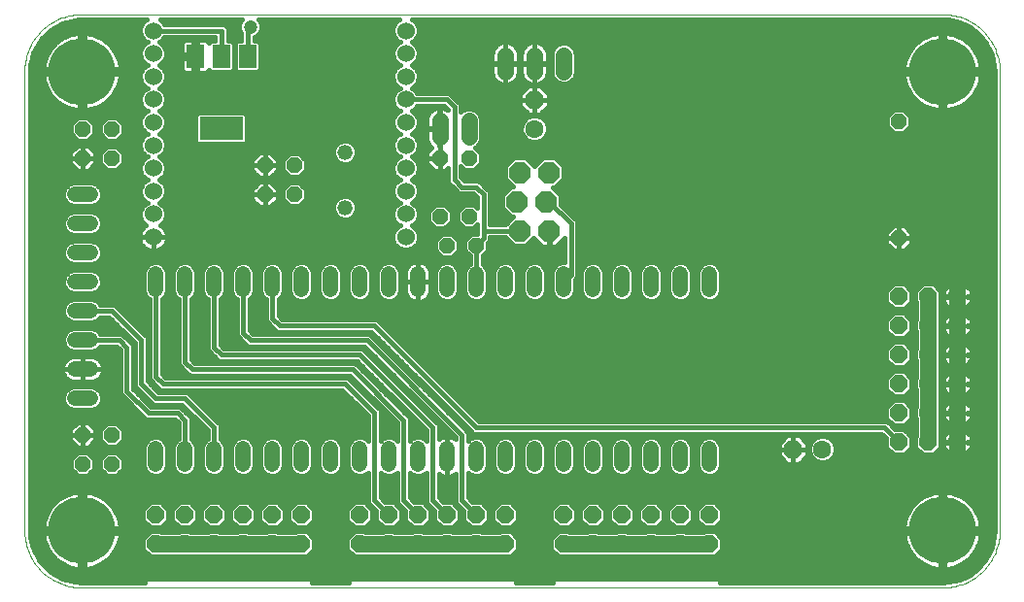
<source format=gbl>
G75*
%MOIN*%
%OFA0B0*%
%FSLAX24Y24*%
%IPPOS*%
%LPD*%
%AMOC8*
5,1,8,0,0,1.08239X$1,22.5*
%
%ADD10C,0.0000*%
%ADD11C,0.0520*%
%ADD12R,0.0590X0.0790*%
%ADD13R,0.1500X0.0790*%
%ADD14OC8,0.0520*%
%ADD15C,0.0520*%
%ADD16OC8,0.0600*%
%ADD17OC8,0.0740*%
%ADD18C,0.0560*%
%ADD19OC8,0.0630*%
%ADD20C,0.0630*%
%ADD21C,0.2300*%
%ADD22C,0.0600*%
%ADD23C,0.0160*%
%ADD24C,0.0472*%
%ADD25C,0.0709*%
%ADD26C,0.0500*%
D10*
X002899Y001930D02*
X032426Y001930D01*
X032512Y001932D01*
X032598Y001937D01*
X032683Y001947D01*
X032768Y001960D01*
X032852Y001977D01*
X032936Y001997D01*
X033018Y002021D01*
X033099Y002049D01*
X033180Y002080D01*
X033258Y002114D01*
X033335Y002152D01*
X033411Y002194D01*
X033484Y002238D01*
X033555Y002286D01*
X033625Y002337D01*
X033692Y002391D01*
X033756Y002447D01*
X033818Y002507D01*
X033878Y002569D01*
X033934Y002633D01*
X033988Y002700D01*
X034039Y002770D01*
X034087Y002841D01*
X034131Y002914D01*
X034173Y002990D01*
X034211Y003067D01*
X034245Y003145D01*
X034276Y003226D01*
X034304Y003307D01*
X034328Y003389D01*
X034348Y003473D01*
X034365Y003557D01*
X034378Y003642D01*
X034388Y003727D01*
X034393Y003813D01*
X034395Y003899D01*
X034395Y019647D01*
X034393Y019733D01*
X034388Y019819D01*
X034378Y019904D01*
X034365Y019989D01*
X034348Y020073D01*
X034328Y020157D01*
X034304Y020239D01*
X034276Y020320D01*
X034245Y020401D01*
X034211Y020479D01*
X034173Y020556D01*
X034131Y020632D01*
X034087Y020705D01*
X034039Y020776D01*
X033988Y020846D01*
X033934Y020913D01*
X033878Y020977D01*
X033818Y021039D01*
X033756Y021099D01*
X033692Y021155D01*
X033625Y021209D01*
X033555Y021260D01*
X033484Y021308D01*
X033411Y021352D01*
X033335Y021394D01*
X033258Y021432D01*
X033180Y021466D01*
X033099Y021497D01*
X033018Y021525D01*
X032936Y021549D01*
X032852Y021569D01*
X032768Y021586D01*
X032683Y021599D01*
X032598Y021609D01*
X032512Y021614D01*
X032426Y021616D01*
X032426Y021615D02*
X002899Y021615D01*
X002899Y021616D02*
X002811Y021614D01*
X002723Y021608D01*
X002635Y021598D01*
X002547Y021584D01*
X002461Y021567D01*
X002375Y021545D01*
X002291Y021520D01*
X002207Y021490D01*
X002125Y021458D01*
X002045Y021421D01*
X001966Y021381D01*
X001889Y021337D01*
X001814Y021290D01*
X001742Y021240D01*
X001671Y021186D01*
X001604Y021130D01*
X001538Y021070D01*
X001476Y021008D01*
X001416Y020942D01*
X001360Y020875D01*
X001306Y020804D01*
X001256Y020732D01*
X001209Y020657D01*
X001165Y020580D01*
X001125Y020501D01*
X001088Y020421D01*
X001056Y020339D01*
X001026Y020255D01*
X001001Y020171D01*
X000979Y020085D01*
X000962Y019999D01*
X000948Y019911D01*
X000938Y019823D01*
X000932Y019735D01*
X000930Y019647D01*
X000930Y003899D01*
X000932Y003811D01*
X000938Y003723D01*
X000948Y003635D01*
X000962Y003547D01*
X000979Y003461D01*
X001001Y003375D01*
X001026Y003291D01*
X001056Y003207D01*
X001088Y003125D01*
X001125Y003045D01*
X001165Y002966D01*
X001209Y002889D01*
X001256Y002814D01*
X001306Y002742D01*
X001360Y002671D01*
X001416Y002604D01*
X001476Y002538D01*
X001538Y002476D01*
X001604Y002416D01*
X001671Y002360D01*
X001742Y002306D01*
X001814Y002256D01*
X001889Y002209D01*
X001966Y002165D01*
X002045Y002125D01*
X002125Y002088D01*
X002207Y002056D01*
X002291Y002026D01*
X002375Y002001D01*
X002461Y001979D01*
X002547Y001962D01*
X002635Y001948D01*
X002723Y001938D01*
X002811Y001932D01*
X002899Y001930D01*
D11*
X005430Y006170D02*
X005430Y006690D01*
X006430Y006690D02*
X006430Y006170D01*
X007430Y006170D02*
X007430Y006690D01*
X008430Y006690D02*
X008430Y006170D01*
X009430Y006170D02*
X009430Y006690D01*
X010430Y006690D02*
X010430Y006170D01*
X011430Y006170D02*
X011430Y006690D01*
X012430Y006690D02*
X012430Y006170D01*
X013430Y006170D02*
X013430Y006690D01*
X014430Y006690D02*
X014430Y006170D01*
X015430Y006170D02*
X015430Y006690D01*
X016430Y006690D02*
X016430Y006170D01*
X017430Y006170D02*
X017430Y006690D01*
X018430Y006690D02*
X018430Y006170D01*
X019430Y006170D02*
X019430Y006690D01*
X020430Y006690D02*
X020430Y006170D01*
X021430Y006170D02*
X021430Y006690D01*
X022430Y006690D02*
X022430Y006170D01*
X023430Y006170D02*
X023430Y006690D01*
X024430Y006690D02*
X024430Y006170D01*
X024430Y012170D02*
X024430Y012690D01*
X023430Y012690D02*
X023430Y012170D01*
X022430Y012170D02*
X022430Y012690D01*
X021430Y012690D02*
X021430Y012170D01*
X020430Y012170D02*
X020430Y012690D01*
X019430Y012690D02*
X019430Y012170D01*
X018430Y012170D02*
X018430Y012690D01*
X017430Y012690D02*
X017430Y012170D01*
X016430Y012170D02*
X016430Y012690D01*
X015430Y012690D02*
X015430Y012170D01*
X014430Y012170D02*
X014430Y012690D01*
X013430Y012690D02*
X013430Y012170D01*
X012430Y012170D02*
X012430Y012690D01*
X011430Y012690D02*
X011430Y012170D01*
X010430Y012170D02*
X010430Y012690D01*
X009430Y012690D02*
X009430Y012170D01*
X008430Y012170D02*
X008430Y012690D01*
X007430Y012690D02*
X007430Y012170D01*
X006430Y012170D02*
X006430Y012690D01*
X005430Y012690D02*
X005430Y012170D01*
X003190Y012430D02*
X002670Y012430D01*
X002670Y011430D02*
X003190Y011430D01*
X003190Y010430D02*
X002670Y010430D01*
X002670Y009430D02*
X003190Y009430D01*
X003190Y008430D02*
X002670Y008430D01*
X002670Y013430D02*
X003190Y013430D01*
X003190Y014430D02*
X002670Y014430D01*
X002670Y015430D02*
X003190Y015430D01*
D12*
X006790Y020170D03*
X007690Y020170D03*
X008590Y020170D03*
D13*
X007680Y017690D03*
D14*
X009180Y016430D03*
X010180Y016430D03*
X010180Y015430D03*
X009180Y015430D03*
X003930Y016680D03*
X002930Y016680D03*
X002930Y017680D03*
X003930Y017680D03*
X015180Y016680D03*
X016180Y016680D03*
X016180Y014680D03*
X015180Y014680D03*
X015430Y013680D03*
X016430Y013680D03*
X003930Y007180D03*
X002930Y007180D03*
X002930Y006180D03*
X003930Y006180D03*
X030930Y013930D03*
X030930Y017930D03*
D15*
X011930Y016880D03*
X011930Y014980D03*
D16*
X012430Y004430D03*
X013430Y004430D03*
X014430Y004430D03*
X015430Y004430D03*
X016430Y004430D03*
X017430Y004430D03*
X017430Y003430D03*
X016430Y003430D03*
X015430Y003430D03*
X014430Y003430D03*
X013430Y003430D03*
X012430Y003430D03*
X012430Y002430D03*
X013430Y002430D03*
X014430Y002430D03*
X015430Y002430D03*
X016430Y002430D03*
X017430Y002430D03*
X019430Y002430D03*
X020430Y002430D03*
X021430Y002430D03*
X022430Y002430D03*
X023430Y002430D03*
X024430Y002430D03*
X024430Y003430D03*
X023430Y003430D03*
X022430Y003430D03*
X021430Y003430D03*
X020430Y003430D03*
X019430Y003430D03*
X019430Y004430D03*
X020430Y004430D03*
X021430Y004430D03*
X022430Y004430D03*
X023430Y004430D03*
X024430Y004430D03*
X030930Y006930D03*
X031930Y006930D03*
X032930Y006930D03*
X032930Y007930D03*
X031930Y007930D03*
X030930Y007930D03*
X030930Y008930D03*
X031930Y008930D03*
X032930Y008930D03*
X032930Y009930D03*
X031930Y009930D03*
X030930Y009930D03*
X030930Y010930D03*
X031930Y010930D03*
X032930Y010930D03*
X032930Y011930D03*
X031930Y011930D03*
X030930Y011930D03*
X010430Y004430D03*
X009430Y004430D03*
X008430Y004430D03*
X007430Y004430D03*
X006430Y004430D03*
X005430Y004430D03*
X005430Y003430D03*
X006430Y003430D03*
X007430Y003430D03*
X008430Y003430D03*
X009430Y003430D03*
X010430Y003430D03*
X010430Y002430D03*
X009430Y002430D03*
X008430Y002430D03*
X007430Y002430D03*
X006430Y002430D03*
X005430Y002430D03*
D17*
X017930Y014180D03*
X018930Y014180D03*
X018830Y015180D03*
X017830Y015180D03*
X017930Y016180D03*
X018930Y016180D03*
D18*
X016180Y017400D02*
X016180Y017960D01*
X015180Y017960D02*
X015180Y017400D01*
X017430Y019650D02*
X017430Y020210D01*
X018430Y020210D02*
X018430Y019650D01*
X019430Y019650D02*
X019430Y020210D01*
X031930Y011930D02*
X031930Y006930D01*
X032930Y006930D02*
X032930Y006180D01*
X032180Y005430D01*
X030930Y005430D01*
X028180Y002680D01*
X004680Y002680D01*
X004680Y002430D01*
X005430Y002430D01*
X006430Y002430D01*
X007430Y002430D01*
X008430Y002430D01*
X009430Y002430D01*
X010430Y002430D01*
X012430Y002430D01*
X013430Y002430D01*
X014430Y002430D01*
X015430Y002430D01*
X016430Y002430D01*
X017430Y002430D01*
X019430Y002430D01*
X020430Y002430D01*
X021430Y002430D01*
X022430Y002430D01*
X023430Y002430D01*
X024430Y002430D01*
X025180Y002430D01*
X024430Y003430D02*
X019430Y003430D01*
X017430Y003430D02*
X012430Y003430D01*
X010430Y003430D02*
X005430Y003430D01*
X005430Y002430D02*
X004930Y002430D01*
X032930Y006430D02*
X032930Y006930D01*
X032930Y007930D01*
X032930Y008930D01*
X032930Y009930D01*
X032930Y011930D01*
X032930Y012430D01*
X032930Y011930D02*
X032930Y010930D01*
X032930Y009930D01*
D19*
X027305Y006680D03*
X018430Y018680D03*
D20*
X018430Y017680D03*
X028305Y006680D03*
D21*
X032426Y003899D03*
X032426Y019647D03*
X002899Y019647D03*
X002899Y003899D03*
D22*
X005349Y013967D03*
X005349Y014755D03*
X005349Y015542D03*
X005349Y016330D03*
X005349Y017117D03*
X005349Y017904D03*
X005349Y018692D03*
X005349Y019479D03*
X005349Y020267D03*
X005349Y021054D03*
X014011Y021054D03*
X014011Y020267D03*
X014011Y019479D03*
X014011Y018692D03*
X014011Y017904D03*
X014011Y017117D03*
X014011Y016330D03*
X014011Y015542D03*
X014011Y014755D03*
X014011Y013967D03*
D23*
X014325Y013659D02*
X015030Y013659D01*
X015030Y013514D02*
X015264Y013280D01*
X015596Y013280D01*
X015830Y013514D01*
X015830Y013846D01*
X015596Y014080D01*
X015264Y014080D01*
X015030Y013846D01*
X015030Y013514D01*
X015044Y013501D02*
X005466Y013501D01*
X005462Y013499D02*
X005534Y013523D01*
X005601Y013557D01*
X005662Y013601D01*
X005715Y013655D01*
X005760Y013716D01*
X005794Y013783D01*
X005817Y013855D01*
X005829Y013930D01*
X005829Y013967D01*
X005349Y013967D01*
X005349Y013967D01*
X005349Y013487D01*
X005312Y013487D01*
X005237Y013499D01*
X005165Y013523D01*
X005098Y013557D01*
X005037Y013601D01*
X004983Y013655D01*
X004939Y013716D01*
X004904Y013783D01*
X004881Y013855D01*
X004869Y013930D01*
X004869Y013967D01*
X005349Y013967D01*
X005349Y013967D01*
X005349Y013487D01*
X005387Y013487D01*
X005462Y013499D01*
X005349Y013501D02*
X005349Y013501D01*
X005233Y013501D02*
X003590Y013501D01*
X003590Y013510D02*
X003529Y013657D01*
X003417Y013769D01*
X003270Y013830D01*
X002590Y013830D01*
X002443Y013769D01*
X002331Y013657D01*
X002270Y013510D01*
X002270Y013350D01*
X002331Y013203D01*
X002443Y013091D01*
X002590Y013030D01*
X003270Y013030D01*
X003417Y013091D01*
X003529Y013203D01*
X003590Y013350D01*
X003590Y013510D01*
X003527Y013659D02*
X004980Y013659D01*
X004893Y013818D02*
X003300Y013818D01*
X003270Y014030D02*
X003417Y014091D01*
X003529Y014203D01*
X003590Y014350D01*
X003590Y014510D01*
X003529Y014657D01*
X003417Y014769D01*
X003270Y014830D01*
X002590Y014830D01*
X002443Y014769D01*
X002331Y014657D01*
X002270Y014510D01*
X002270Y014350D01*
X002331Y014203D01*
X002443Y014091D01*
X002590Y014030D01*
X003270Y014030D01*
X003460Y014135D02*
X004899Y014135D01*
X004904Y014152D02*
X004881Y014080D01*
X004869Y014005D01*
X004869Y013967D01*
X005349Y013967D01*
X005349Y013967D01*
X005829Y013967D01*
X005829Y014005D01*
X005817Y014080D01*
X005794Y014152D01*
X005760Y014219D01*
X005715Y014280D01*
X005662Y014334D01*
X005601Y014378D01*
X005596Y014381D01*
X005599Y014382D01*
X005722Y014506D01*
X005789Y014667D01*
X005789Y014842D01*
X005722Y015004D01*
X005599Y015128D01*
X005549Y015149D01*
X005599Y015169D01*
X005722Y015293D01*
X005789Y015455D01*
X005789Y015630D01*
X005722Y015791D01*
X005599Y015915D01*
X005549Y015936D01*
X005599Y015957D01*
X005722Y016080D01*
X005789Y016242D01*
X005789Y016417D01*
X005722Y016579D01*
X005599Y016703D01*
X005549Y016723D01*
X005599Y016744D01*
X005722Y016868D01*
X005789Y017029D01*
X005789Y017205D01*
X005722Y017366D01*
X005599Y017490D01*
X005549Y017511D01*
X005599Y017531D01*
X005722Y017655D01*
X005789Y017817D01*
X005789Y017992D01*
X005722Y018154D01*
X005599Y018277D01*
X005549Y018298D01*
X005599Y018319D01*
X005722Y018443D01*
X005789Y018604D01*
X005789Y018779D01*
X005722Y018941D01*
X005599Y019065D01*
X005549Y019086D01*
X005599Y019106D01*
X005722Y019230D01*
X005789Y019392D01*
X005789Y019567D01*
X005722Y019728D01*
X005599Y019852D01*
X005549Y019873D01*
X005599Y019894D01*
X005722Y020017D01*
X005789Y020179D01*
X005789Y020354D01*
X005722Y020516D01*
X005599Y020640D01*
X005549Y020660D01*
X005599Y020681D01*
X005722Y020805D01*
X005734Y020834D01*
X007470Y020834D01*
X007470Y020705D01*
X007337Y020705D01*
X007256Y020624D01*
X007253Y020634D01*
X007229Y020676D01*
X007196Y020709D01*
X007154Y020733D01*
X007109Y020745D01*
X006858Y020745D01*
X006858Y020238D01*
X006722Y020238D01*
X006722Y020745D01*
X006471Y020745D01*
X006426Y020733D01*
X006384Y020709D01*
X006351Y020676D01*
X006327Y020634D01*
X006315Y020589D01*
X006315Y020238D01*
X006722Y020238D01*
X006722Y020102D01*
X006858Y020102D01*
X006858Y019595D01*
X007109Y019595D01*
X007154Y019607D01*
X007196Y019631D01*
X007229Y019664D01*
X007253Y019706D01*
X007256Y019716D01*
X007337Y019635D01*
X008043Y019635D01*
X008125Y019717D01*
X008125Y020623D01*
X008043Y020705D01*
X007910Y020705D01*
X007910Y021145D01*
X007781Y021274D01*
X005734Y021274D01*
X005722Y021303D01*
X005599Y021427D01*
X005579Y021435D01*
X008403Y021435D01*
X008361Y021393D01*
X008304Y021255D01*
X008304Y021105D01*
X008361Y020967D01*
X008370Y020958D01*
X008370Y020705D01*
X008237Y020705D01*
X008155Y020623D01*
X008155Y019717D01*
X008237Y019635D01*
X008943Y019635D01*
X009025Y019717D01*
X009025Y020623D01*
X008943Y020705D01*
X008810Y020705D01*
X008810Y020827D01*
X008893Y020861D01*
X008999Y020967D01*
X009056Y021105D01*
X009056Y021255D01*
X008999Y021393D01*
X008957Y021435D01*
X013781Y021435D01*
X013761Y021427D01*
X013638Y021303D01*
X013571Y021142D01*
X013571Y020966D01*
X013638Y020805D01*
X013761Y020681D01*
X013811Y020660D01*
X013761Y020640D01*
X013638Y020516D01*
X013571Y020354D01*
X013571Y020179D01*
X013638Y020017D01*
X013761Y019894D01*
X013811Y019873D01*
X013761Y019852D01*
X013638Y019728D01*
X013571Y019567D01*
X013571Y019392D01*
X013638Y019230D01*
X013761Y019106D01*
X013811Y019086D01*
X013761Y019065D01*
X013638Y018941D01*
X013571Y018779D01*
X013571Y018604D01*
X013638Y018443D01*
X013761Y018319D01*
X013811Y018298D01*
X013761Y018277D01*
X013638Y018154D01*
X013571Y017992D01*
X013571Y017817D01*
X013638Y017655D01*
X013761Y017531D01*
X013811Y017511D01*
X013761Y017490D01*
X013638Y017366D01*
X013571Y017205D01*
X013571Y017029D01*
X013638Y016868D01*
X013761Y016744D01*
X013811Y016723D01*
X013761Y016703D01*
X013638Y016579D01*
X013571Y016417D01*
X013571Y016242D01*
X013638Y016080D01*
X013761Y015957D01*
X013811Y015936D01*
X013761Y015915D01*
X013638Y015791D01*
X013571Y015630D01*
X013571Y015455D01*
X013638Y015293D01*
X013761Y015169D01*
X013811Y015149D01*
X013761Y015128D01*
X013638Y015004D01*
X013571Y014842D01*
X013571Y014667D01*
X013638Y014506D01*
X013761Y014382D01*
X013811Y014361D01*
X013761Y014340D01*
X013638Y014217D01*
X013571Y014055D01*
X013571Y013880D01*
X013638Y013718D01*
X013761Y013594D01*
X013923Y013527D01*
X014098Y013527D01*
X014260Y013594D01*
X014384Y013718D01*
X014451Y013880D01*
X014451Y014055D01*
X014384Y014217D01*
X014260Y014340D01*
X014210Y014361D01*
X014260Y014382D01*
X014384Y014506D01*
X014451Y014667D01*
X014451Y014842D01*
X014384Y015004D01*
X014260Y015128D01*
X014210Y015149D01*
X014260Y015169D01*
X014384Y015293D01*
X014451Y015455D01*
X014451Y015630D01*
X014384Y015791D01*
X014260Y015915D01*
X014210Y015936D01*
X014260Y015957D01*
X014384Y016080D01*
X014451Y016242D01*
X014451Y016417D01*
X014384Y016579D01*
X014260Y016703D01*
X014210Y016723D01*
X014260Y016744D01*
X014384Y016868D01*
X014451Y017029D01*
X014451Y017205D01*
X014384Y017366D01*
X014260Y017490D01*
X014210Y017511D01*
X014260Y017531D01*
X014384Y017655D01*
X014451Y017817D01*
X014451Y017992D01*
X014384Y018154D01*
X014260Y018277D01*
X014210Y018298D01*
X014260Y018319D01*
X014384Y018443D01*
X014396Y018472D01*
X015327Y018472D01*
X015460Y018339D01*
X015460Y018325D01*
X015421Y018353D01*
X015357Y018386D01*
X015288Y018409D01*
X015216Y018420D01*
X015190Y018420D01*
X015190Y017690D01*
X015170Y017690D01*
X015170Y018420D01*
X015144Y018420D01*
X015072Y018409D01*
X015003Y018386D01*
X014939Y018353D01*
X014880Y018311D01*
X014829Y018260D01*
X014787Y018201D01*
X014754Y018137D01*
X014731Y018068D01*
X014720Y017996D01*
X014720Y017690D01*
X015170Y017690D01*
X015170Y017670D01*
X015190Y017670D01*
X015190Y017120D01*
X015180Y017120D01*
X015180Y016680D01*
X015180Y016680D01*
X015180Y017120D01*
X015170Y017120D01*
X015170Y017670D01*
X014720Y017670D01*
X014720Y017364D01*
X014731Y017292D01*
X014754Y017223D01*
X014787Y017159D01*
X014829Y017100D01*
X014880Y017049D01*
X014907Y017030D01*
X014740Y016862D01*
X014740Y016680D01*
X015180Y016680D01*
X015180Y016240D01*
X015362Y016240D01*
X015460Y016338D01*
X015460Y015839D01*
X015710Y015589D01*
X015839Y015460D01*
X016339Y015460D01*
X016460Y015339D01*
X016460Y014966D01*
X016346Y015080D01*
X016014Y015080D01*
X015780Y014846D01*
X015780Y014514D01*
X016014Y014280D01*
X016346Y014280D01*
X016460Y014394D01*
X016460Y014080D01*
X016264Y014080D01*
X016030Y013846D01*
X016030Y013514D01*
X016210Y013334D01*
X016210Y013032D01*
X016203Y013029D01*
X016091Y012917D01*
X016030Y012770D01*
X016030Y012090D01*
X016091Y011943D01*
X016203Y011831D01*
X016350Y011770D01*
X016510Y011770D01*
X016657Y011831D01*
X016769Y011943D01*
X016830Y012090D01*
X016830Y012770D01*
X016769Y012917D01*
X016657Y013029D01*
X016650Y013032D01*
X016650Y013334D01*
X016830Y013514D01*
X016830Y013769D01*
X016900Y013839D01*
X016900Y013960D01*
X017429Y013960D01*
X017719Y013670D01*
X018141Y013670D01*
X018402Y013930D01*
X018702Y013630D01*
X018910Y013630D01*
X018910Y014160D01*
X018950Y014160D01*
X018950Y013630D01*
X019158Y013630D01*
X019460Y013932D01*
X019460Y013090D01*
X019350Y013090D01*
X019203Y013029D01*
X019091Y012917D01*
X019030Y012770D01*
X019030Y012090D01*
X019091Y011943D01*
X019203Y011831D01*
X019350Y011770D01*
X019510Y011770D01*
X019657Y011831D01*
X019769Y011943D01*
X019830Y012090D01*
X019830Y012519D01*
X019900Y012589D01*
X019900Y014521D01*
X019771Y014650D01*
X019340Y015081D01*
X019340Y015391D01*
X019061Y015670D01*
X019141Y015670D01*
X019440Y015969D01*
X019440Y016391D01*
X019141Y016690D01*
X018719Y016690D01*
X018430Y016401D01*
X018141Y016690D01*
X017719Y016690D01*
X017420Y016391D01*
X017420Y015969D01*
X017699Y015690D01*
X017619Y015690D01*
X017320Y015391D01*
X017320Y014969D01*
X017619Y014670D01*
X017699Y014670D01*
X017429Y014400D01*
X016900Y014400D01*
X016900Y015521D01*
X016771Y015650D01*
X016650Y015771D01*
X016650Y015771D01*
X016521Y015900D01*
X016021Y015900D01*
X015900Y016021D01*
X015900Y016394D01*
X016014Y016280D01*
X016346Y016280D01*
X016580Y016514D01*
X016580Y016846D01*
X016392Y017033D01*
X016418Y017044D01*
X016536Y017162D01*
X016600Y017316D01*
X016600Y018044D01*
X016536Y018198D01*
X016418Y018316D01*
X016264Y018380D01*
X016096Y018380D01*
X015942Y018316D01*
X015900Y018274D01*
X015900Y018521D01*
X015771Y018650D01*
X015509Y018912D01*
X014396Y018912D01*
X014384Y018941D01*
X014260Y019065D01*
X014210Y019086D01*
X014260Y019106D01*
X014384Y019230D01*
X014451Y019392D01*
X014451Y019567D01*
X014384Y019728D01*
X014260Y019852D01*
X014210Y019873D01*
X014260Y019894D01*
X014384Y020017D01*
X014451Y020179D01*
X014451Y020354D01*
X014384Y020516D01*
X014260Y020640D01*
X014210Y020660D01*
X014260Y020681D01*
X014384Y020805D01*
X014451Y020966D01*
X014451Y021142D01*
X014384Y021303D01*
X014260Y021427D01*
X014241Y021435D01*
X032426Y021435D01*
X032626Y021424D01*
X033017Y021335D01*
X033378Y021161D01*
X033691Y020911D01*
X033940Y020598D01*
X034114Y020237D01*
X034203Y019847D01*
X034215Y019647D01*
X034215Y003899D01*
X034203Y003698D01*
X034114Y003308D01*
X033940Y002947D01*
X033691Y002634D01*
X033378Y002384D01*
X033017Y002210D01*
X032626Y002121D01*
X032426Y002110D01*
X024789Y002110D01*
X024910Y002231D01*
X024910Y002410D01*
X024790Y002410D01*
X024790Y002450D01*
X024910Y002450D01*
X024910Y002629D01*
X024629Y002910D01*
X024450Y002910D01*
X024450Y002790D01*
X024410Y002790D01*
X024410Y002910D01*
X024231Y002910D01*
X024111Y002790D01*
X023749Y002790D01*
X023629Y002910D01*
X023450Y002910D01*
X023450Y002790D01*
X023410Y002790D01*
X023410Y002910D01*
X023231Y002910D01*
X023111Y002790D01*
X022749Y002790D01*
X022629Y002910D01*
X022450Y002910D01*
X022450Y002790D01*
X022410Y002790D01*
X022410Y002910D01*
X022231Y002910D01*
X022111Y002790D01*
X021749Y002790D01*
X021629Y002910D01*
X021450Y002910D01*
X021450Y002790D01*
X021410Y002790D01*
X021410Y002910D01*
X021231Y002910D01*
X021111Y002790D01*
X020749Y002790D01*
X020629Y002910D01*
X020450Y002910D01*
X020450Y002790D01*
X020410Y002790D01*
X020410Y002910D01*
X020231Y002910D01*
X020111Y002790D01*
X019749Y002790D01*
X019629Y002910D01*
X019450Y002910D01*
X019450Y002790D01*
X019410Y002790D01*
X019410Y002910D01*
X019231Y002910D01*
X018950Y002629D01*
X018950Y002450D01*
X019070Y002450D01*
X019070Y002410D01*
X018950Y002410D01*
X018950Y002231D01*
X019071Y002110D01*
X017789Y002110D01*
X017910Y002231D01*
X017910Y002410D01*
X017790Y002410D01*
X017790Y002450D01*
X017910Y002450D01*
X017910Y002629D01*
X017629Y002910D01*
X017450Y002910D01*
X017450Y002790D01*
X017410Y002790D01*
X017410Y002910D01*
X017231Y002910D01*
X017111Y002790D01*
X016749Y002790D01*
X016629Y002910D01*
X016450Y002910D01*
X016450Y002790D01*
X016410Y002790D01*
X016410Y002910D01*
X016231Y002910D01*
X016111Y002790D01*
X015749Y002790D01*
X015629Y002910D01*
X015450Y002910D01*
X015450Y002790D01*
X015410Y002790D01*
X015410Y002910D01*
X015231Y002910D01*
X015111Y002790D01*
X014749Y002790D01*
X014629Y002910D01*
X014450Y002910D01*
X014450Y002790D01*
X014410Y002790D01*
X014410Y002910D01*
X014231Y002910D01*
X014111Y002790D01*
X013749Y002790D01*
X013629Y002910D01*
X013450Y002910D01*
X013450Y002790D01*
X013410Y002790D01*
X013410Y002910D01*
X013231Y002910D01*
X013111Y002790D01*
X012749Y002790D01*
X012629Y002910D01*
X012450Y002910D01*
X012450Y002790D01*
X012410Y002790D01*
X012410Y002910D01*
X012231Y002910D01*
X011950Y002629D01*
X011950Y002450D01*
X012070Y002450D01*
X012070Y002410D01*
X011950Y002410D01*
X011950Y002231D01*
X012071Y002110D01*
X010789Y002110D01*
X010910Y002231D01*
X010910Y002410D01*
X010790Y002410D01*
X010790Y002450D01*
X010910Y002450D01*
X010910Y002629D01*
X010629Y002910D01*
X010450Y002910D01*
X010450Y002790D01*
X010410Y002790D01*
X010410Y002910D01*
X010231Y002910D01*
X010111Y002790D01*
X009749Y002790D01*
X009629Y002910D01*
X009450Y002910D01*
X009450Y002790D01*
X009410Y002790D01*
X009410Y002910D01*
X009231Y002910D01*
X009111Y002790D01*
X008749Y002790D01*
X008629Y002910D01*
X008450Y002910D01*
X008450Y002790D01*
X008410Y002790D01*
X008410Y002910D01*
X008231Y002910D01*
X008111Y002790D01*
X007749Y002790D01*
X007629Y002910D01*
X007450Y002910D01*
X007450Y002790D01*
X007410Y002790D01*
X007410Y002910D01*
X007231Y002910D01*
X007111Y002790D01*
X006749Y002790D01*
X006629Y002910D01*
X006450Y002910D01*
X006450Y002790D01*
X006410Y002790D01*
X006410Y002910D01*
X006231Y002910D01*
X006111Y002790D01*
X005749Y002790D01*
X005629Y002910D01*
X005450Y002910D01*
X005450Y002790D01*
X005410Y002790D01*
X005410Y002910D01*
X005231Y002910D01*
X004950Y002629D01*
X004950Y002450D01*
X005070Y002450D01*
X005070Y002410D01*
X004950Y002410D01*
X004950Y002231D01*
X005071Y002110D01*
X002899Y002110D01*
X002665Y002125D01*
X002214Y002246D01*
X001810Y002480D01*
X001480Y002810D01*
X001246Y003214D01*
X001125Y003665D01*
X001110Y003899D01*
X001110Y019647D01*
X001125Y019880D01*
X001246Y020331D01*
X001480Y020735D01*
X001810Y021065D01*
X002214Y021299D01*
X002665Y021420D01*
X002899Y021435D01*
X005119Y021435D01*
X005100Y021427D01*
X004976Y021303D01*
X004909Y021142D01*
X004909Y020966D01*
X004976Y020805D01*
X005100Y020681D01*
X005150Y020660D01*
X005100Y020640D01*
X004976Y020516D01*
X004909Y020354D01*
X004909Y020179D01*
X004976Y020017D01*
X005100Y019894D01*
X005150Y019873D01*
X005100Y019852D01*
X004976Y019728D01*
X004909Y019567D01*
X004909Y019392D01*
X004976Y019230D01*
X005100Y019106D01*
X005150Y019086D01*
X005100Y019065D01*
X004976Y018941D01*
X004909Y018779D01*
X004909Y018604D01*
X004976Y018443D01*
X005100Y018319D01*
X005150Y018298D01*
X005100Y018277D01*
X004976Y018154D01*
X004909Y017992D01*
X004909Y017817D01*
X004976Y017655D01*
X005100Y017531D01*
X005150Y017511D01*
X005100Y017490D01*
X004976Y017366D01*
X004909Y017205D01*
X004909Y017029D01*
X004976Y016868D01*
X005100Y016744D01*
X005150Y016723D01*
X005100Y016703D01*
X004976Y016579D01*
X004909Y016417D01*
X004909Y016242D01*
X004976Y016080D01*
X005100Y015957D01*
X005150Y015936D01*
X005100Y015915D01*
X004976Y015791D01*
X004909Y015630D01*
X004909Y015455D01*
X004976Y015293D01*
X005100Y015169D01*
X005150Y015149D01*
X005100Y015128D01*
X004976Y015004D01*
X004909Y014842D01*
X004909Y014667D01*
X004976Y014506D01*
X005100Y014382D01*
X005103Y014381D01*
X005098Y014378D01*
X005037Y014334D01*
X004983Y014280D01*
X004939Y014219D01*
X004904Y014152D01*
X004996Y014293D02*
X003566Y014293D01*
X003590Y014452D02*
X005030Y014452D01*
X004933Y014610D02*
X003548Y014610D01*
X003417Y014769D02*
X004909Y014769D01*
X004944Y014927D02*
X001110Y014927D01*
X001110Y014769D02*
X002443Y014769D01*
X002312Y014610D02*
X001110Y014610D01*
X001110Y014452D02*
X002270Y014452D01*
X002294Y014293D02*
X001110Y014293D01*
X001110Y014135D02*
X002400Y014135D01*
X002560Y013818D02*
X001110Y013818D01*
X001110Y013976D02*
X004869Y013976D01*
X005349Y013818D02*
X005349Y013818D01*
X005349Y013659D02*
X005349Y013659D01*
X005719Y013659D02*
X013697Y013659D01*
X013597Y013818D02*
X005805Y013818D01*
X005829Y013976D02*
X013571Y013976D01*
X013604Y014135D02*
X005800Y014135D01*
X005702Y014293D02*
X013714Y014293D01*
X013692Y014452D02*
X005668Y014452D01*
X005766Y014610D02*
X011778Y014610D01*
X011850Y014580D02*
X012010Y014580D01*
X012157Y014641D01*
X012269Y014753D01*
X012330Y014900D01*
X012330Y015060D01*
X012269Y015207D01*
X012157Y015319D01*
X012010Y015380D01*
X011850Y015380D01*
X011703Y015319D01*
X011591Y015207D01*
X011530Y015060D01*
X011530Y014900D01*
X011591Y014753D01*
X011703Y014641D01*
X011850Y014580D01*
X012082Y014610D02*
X013594Y014610D01*
X013571Y014769D02*
X012275Y014769D01*
X012330Y014927D02*
X013606Y014927D01*
X013719Y015086D02*
X012319Y015086D01*
X012232Y015244D02*
X013687Y015244D01*
X013592Y015403D02*
X010580Y015403D01*
X010580Y015264D02*
X010346Y015030D01*
X010014Y015030D01*
X009780Y015264D01*
X009780Y015596D01*
X010014Y015830D01*
X010346Y015830D01*
X010580Y015596D01*
X010580Y015264D01*
X010560Y015244D02*
X011628Y015244D01*
X011541Y015086D02*
X010401Y015086D01*
X009959Y015086D02*
X009458Y015086D01*
X009362Y014990D02*
X009620Y015248D01*
X009620Y015430D01*
X009620Y015612D01*
X009362Y015870D01*
X009180Y015870D01*
X009180Y015430D01*
X009620Y015430D01*
X009180Y015430D01*
X009180Y015430D01*
X009180Y015430D01*
X009180Y014990D01*
X009362Y014990D01*
X009180Y014990D02*
X009180Y015430D01*
X009180Y015430D01*
X009180Y015430D01*
X008740Y015430D01*
X008740Y015612D01*
X008998Y015870D01*
X009180Y015870D01*
X009180Y015430D01*
X008740Y015430D01*
X008740Y015248D01*
X008998Y014990D01*
X009180Y014990D01*
X009180Y015086D02*
X009180Y015086D01*
X009180Y015244D02*
X009180Y015244D01*
X009180Y015403D02*
X009180Y015403D01*
X009180Y015561D02*
X009180Y015561D01*
X009180Y015720D02*
X009180Y015720D01*
X009180Y015990D02*
X009362Y015990D01*
X009620Y016248D01*
X009620Y016430D01*
X009620Y016612D01*
X009362Y016870D01*
X009180Y016870D01*
X009180Y016430D01*
X009620Y016430D01*
X009180Y016430D01*
X009180Y016430D01*
X009180Y016430D01*
X009180Y015990D01*
X009180Y016430D01*
X009180Y016430D01*
X009180Y016430D01*
X008740Y016430D01*
X008740Y016612D01*
X008998Y016870D01*
X009180Y016870D01*
X009180Y016430D01*
X008740Y016430D01*
X008740Y016248D01*
X008998Y015990D01*
X009180Y015990D01*
X009180Y016037D02*
X009180Y016037D01*
X009180Y016195D02*
X009180Y016195D01*
X009180Y016354D02*
X009180Y016354D01*
X009180Y016512D02*
X009180Y016512D01*
X009180Y016671D02*
X009180Y016671D01*
X009180Y016829D02*
X009180Y016829D01*
X009403Y016829D02*
X010013Y016829D01*
X010014Y016830D02*
X009780Y016596D01*
X009780Y016264D01*
X010014Y016030D01*
X010346Y016030D01*
X010580Y016264D01*
X010580Y016596D01*
X010346Y016830D01*
X010014Y016830D01*
X009855Y016671D02*
X009562Y016671D01*
X009620Y016512D02*
X009780Y016512D01*
X009780Y016354D02*
X009620Y016354D01*
X009567Y016195D02*
X009849Y016195D01*
X010008Y016037D02*
X009409Y016037D01*
X008951Y016037D02*
X005678Y016037D01*
X005636Y015878D02*
X013724Y015878D01*
X013682Y016037D02*
X010352Y016037D01*
X010511Y016195D02*
X013590Y016195D01*
X013571Y016354D02*
X010580Y016354D01*
X010580Y016512D02*
X011773Y016512D01*
X011703Y016541D02*
X011850Y016480D01*
X012010Y016480D01*
X012157Y016541D01*
X012269Y016653D01*
X012330Y016800D01*
X012330Y016960D01*
X012269Y017107D01*
X012157Y017219D01*
X012010Y017280D01*
X011850Y017280D01*
X011703Y017219D01*
X011591Y017107D01*
X011530Y016960D01*
X011530Y016800D01*
X011591Y016653D01*
X011703Y016541D01*
X011584Y016671D02*
X010505Y016671D01*
X010347Y016829D02*
X011530Y016829D01*
X011542Y016988D02*
X005772Y016988D01*
X005789Y017146D02*
X011630Y017146D01*
X012230Y017146D02*
X013571Y017146D01*
X013588Y016988D02*
X012318Y016988D01*
X012330Y016829D02*
X013676Y016829D01*
X013729Y016671D02*
X012276Y016671D01*
X012087Y016512D02*
X013610Y016512D01*
X014292Y016671D02*
X014740Y016671D01*
X014740Y016680D02*
X014740Y016498D01*
X014998Y016240D01*
X015180Y016240D01*
X015180Y016680D01*
X015180Y016680D01*
X015180Y016680D01*
X014740Y016680D01*
X014740Y016829D02*
X014345Y016829D01*
X014433Y016988D02*
X014865Y016988D01*
X014796Y017146D02*
X014451Y017146D01*
X014409Y017305D02*
X014729Y017305D01*
X014720Y017463D02*
X014287Y017463D01*
X014350Y017622D02*
X014720Y017622D01*
X014720Y017780D02*
X014435Y017780D01*
X014451Y017939D02*
X014720Y017939D01*
X014741Y018097D02*
X014407Y018097D01*
X014282Y018256D02*
X014826Y018256D01*
X015106Y018414D02*
X014355Y018414D01*
X014011Y018692D02*
X015418Y018692D01*
X015680Y018430D01*
X015680Y015930D01*
X015930Y015680D01*
X016430Y015680D01*
X016680Y015430D01*
X016680Y014180D01*
X017930Y014180D01*
X018289Y013818D02*
X018515Y013818D01*
X018673Y013659D02*
X016830Y013659D01*
X016816Y013501D02*
X019460Y013501D01*
X019460Y013659D02*
X019187Y013659D01*
X019345Y013818D02*
X019460Y013818D01*
X019900Y013818D02*
X030490Y013818D01*
X030490Y013748D02*
X030748Y013490D01*
X030930Y013490D01*
X031112Y013490D01*
X031370Y013748D01*
X031370Y013930D01*
X031370Y014112D01*
X031112Y014370D01*
X030930Y014370D01*
X030930Y013930D01*
X030930Y013930D01*
X031370Y013930D01*
X030930Y013930D01*
X030930Y013930D01*
X030930Y013930D01*
X030490Y013930D01*
X030490Y014112D01*
X030748Y014370D01*
X030930Y014370D01*
X030930Y013930D01*
X030930Y013490D01*
X030930Y013930D01*
X030930Y013930D01*
X030490Y013930D01*
X030490Y013748D01*
X030579Y013659D02*
X019900Y013659D01*
X019900Y013501D02*
X030737Y013501D01*
X030930Y013501D02*
X030930Y013501D01*
X030930Y013659D02*
X030930Y013659D01*
X030930Y013818D02*
X030930Y013818D01*
X030930Y013976D02*
X030930Y013976D01*
X030930Y014135D02*
X030930Y014135D01*
X030930Y014293D02*
X030930Y014293D01*
X031189Y014293D02*
X034215Y014293D01*
X034215Y014135D02*
X031348Y014135D01*
X031370Y013976D02*
X034215Y013976D01*
X034215Y013818D02*
X031370Y013818D01*
X031281Y013659D02*
X034215Y013659D01*
X034215Y013501D02*
X031123Y013501D01*
X030490Y013976D02*
X019900Y013976D01*
X019900Y014135D02*
X030512Y014135D01*
X030671Y014293D02*
X019900Y014293D01*
X019900Y014452D02*
X034215Y014452D01*
X034215Y014610D02*
X019811Y014610D01*
X019680Y014430D02*
X019680Y012680D01*
X019430Y012430D01*
X019830Y012391D02*
X020030Y012391D01*
X020030Y012233D02*
X019830Y012233D01*
X019823Y012074D02*
X020037Y012074D01*
X020030Y012090D02*
X020091Y011943D01*
X020203Y011831D01*
X020350Y011770D01*
X020510Y011770D01*
X020657Y011831D01*
X020769Y011943D01*
X020830Y012090D01*
X020830Y012770D01*
X020769Y012917D01*
X020657Y013029D01*
X020510Y013090D01*
X020350Y013090D01*
X020203Y013029D01*
X020091Y012917D01*
X020030Y012770D01*
X020030Y012090D01*
X020119Y011916D02*
X019741Y011916D01*
X019119Y011916D02*
X018741Y011916D01*
X018769Y011943D02*
X018830Y012090D01*
X018830Y012770D01*
X018769Y012917D01*
X018657Y013029D01*
X018510Y013090D01*
X018350Y013090D01*
X018203Y013029D01*
X018091Y012917D01*
X018030Y012770D01*
X018030Y012090D01*
X018091Y011943D01*
X018203Y011831D01*
X018350Y011770D01*
X018510Y011770D01*
X018657Y011831D01*
X018769Y011943D01*
X018823Y012074D02*
X019037Y012074D01*
X019030Y012233D02*
X018830Y012233D01*
X018830Y012391D02*
X019030Y012391D01*
X019030Y012550D02*
X018830Y012550D01*
X018830Y012708D02*
X019030Y012708D01*
X019070Y012867D02*
X018790Y012867D01*
X018661Y013025D02*
X019199Y013025D01*
X019460Y013184D02*
X016650Y013184D01*
X016658Y013342D02*
X019460Y013342D01*
X019900Y013342D02*
X034215Y013342D01*
X034215Y013184D02*
X019900Y013184D01*
X019900Y013025D02*
X020199Y013025D01*
X020070Y012867D02*
X019900Y012867D01*
X019900Y012708D02*
X020030Y012708D01*
X020030Y012550D02*
X019861Y012550D01*
X020661Y013025D02*
X021199Y013025D01*
X021203Y013029D02*
X021091Y012917D01*
X021030Y012770D01*
X021030Y012090D01*
X021091Y011943D01*
X021203Y011831D01*
X021350Y011770D01*
X021510Y011770D01*
X021657Y011831D01*
X021769Y011943D01*
X021830Y012090D01*
X021830Y012770D01*
X021769Y012917D01*
X021657Y013029D01*
X021510Y013090D01*
X021350Y013090D01*
X021203Y013029D01*
X021070Y012867D02*
X020790Y012867D01*
X020830Y012708D02*
X021030Y012708D01*
X021030Y012550D02*
X020830Y012550D01*
X020830Y012391D02*
X021030Y012391D01*
X021030Y012233D02*
X020830Y012233D01*
X020823Y012074D02*
X021037Y012074D01*
X021119Y011916D02*
X020741Y011916D01*
X021741Y011916D02*
X022119Y011916D01*
X022091Y011943D02*
X022203Y011831D01*
X022350Y011770D01*
X022510Y011770D01*
X022657Y011831D01*
X022769Y011943D01*
X022830Y012090D01*
X022830Y012770D01*
X022769Y012917D01*
X022657Y013029D01*
X022510Y013090D01*
X022350Y013090D01*
X022203Y013029D01*
X022091Y012917D01*
X022030Y012770D01*
X022030Y012090D01*
X022091Y011943D01*
X022037Y012074D02*
X021823Y012074D01*
X021830Y012233D02*
X022030Y012233D01*
X022030Y012391D02*
X021830Y012391D01*
X021830Y012550D02*
X022030Y012550D01*
X022030Y012708D02*
X021830Y012708D01*
X021790Y012867D02*
X022070Y012867D01*
X022199Y013025D02*
X021661Y013025D01*
X022661Y013025D02*
X023199Y013025D01*
X023203Y013029D02*
X023091Y012917D01*
X023030Y012770D01*
X023030Y012090D01*
X023091Y011943D01*
X023203Y011831D01*
X023350Y011770D01*
X023510Y011770D01*
X023657Y011831D01*
X023769Y011943D01*
X023830Y012090D01*
X023830Y012770D01*
X023769Y012917D01*
X023657Y013029D01*
X023510Y013090D01*
X023350Y013090D01*
X023203Y013029D01*
X023070Y012867D02*
X022790Y012867D01*
X022830Y012708D02*
X023030Y012708D01*
X023030Y012550D02*
X022830Y012550D01*
X022830Y012391D02*
X023030Y012391D01*
X023030Y012233D02*
X022830Y012233D01*
X022823Y012074D02*
X023037Y012074D01*
X023119Y011916D02*
X022741Y011916D01*
X023741Y011916D02*
X024119Y011916D01*
X024091Y011943D02*
X024203Y011831D01*
X024350Y011770D01*
X024510Y011770D01*
X024657Y011831D01*
X024769Y011943D01*
X024830Y012090D01*
X024830Y012770D01*
X024769Y012917D01*
X024657Y013029D01*
X024510Y013090D01*
X024350Y013090D01*
X024203Y013029D01*
X024091Y012917D01*
X024030Y012770D01*
X024030Y012090D01*
X024091Y011943D01*
X024037Y012074D02*
X023823Y012074D01*
X023830Y012233D02*
X024030Y012233D01*
X024030Y012391D02*
X023830Y012391D01*
X023830Y012550D02*
X024030Y012550D01*
X024030Y012708D02*
X023830Y012708D01*
X023790Y012867D02*
X024070Y012867D01*
X024199Y013025D02*
X023661Y013025D01*
X024661Y013025D02*
X034215Y013025D01*
X034215Y012867D02*
X024790Y012867D01*
X024830Y012708D02*
X034215Y012708D01*
X034215Y012550D02*
X024830Y012550D01*
X024830Y012391D02*
X032712Y012391D01*
X032731Y012410D02*
X032450Y012129D01*
X032450Y011950D01*
X032570Y011950D01*
X032570Y011910D01*
X032450Y011910D01*
X032450Y011731D01*
X032570Y011611D01*
X032570Y011249D01*
X032450Y011129D01*
X032450Y010950D01*
X032570Y010950D01*
X032570Y010910D01*
X032450Y010910D01*
X032450Y010731D01*
X032570Y010611D01*
X032570Y010249D01*
X032450Y010129D01*
X032450Y009950D01*
X032570Y009950D01*
X032570Y009910D01*
X032450Y009910D01*
X032450Y009731D01*
X032570Y009611D01*
X032570Y009249D01*
X032450Y009129D01*
X032450Y008950D01*
X032570Y008950D01*
X032570Y008910D01*
X032450Y008910D01*
X032450Y008731D01*
X032570Y008611D01*
X032570Y008249D01*
X032450Y008129D01*
X032450Y007950D01*
X032570Y007950D01*
X032570Y007910D01*
X032450Y007910D01*
X032450Y007731D01*
X032570Y007611D01*
X032570Y007249D01*
X032450Y007129D01*
X032450Y006950D01*
X032570Y006950D01*
X032570Y006910D01*
X032450Y006910D01*
X032450Y006731D01*
X032731Y006450D01*
X032910Y006450D01*
X032910Y006570D01*
X032950Y006570D01*
X032950Y006450D01*
X033129Y006450D01*
X033410Y006731D01*
X033410Y006910D01*
X033290Y006910D01*
X033290Y006950D01*
X033410Y006950D01*
X033410Y007129D01*
X033290Y007249D01*
X033290Y007611D01*
X033410Y007731D01*
X033410Y007910D01*
X033290Y007910D01*
X033290Y007950D01*
X033410Y007950D01*
X033410Y008129D01*
X033290Y008249D01*
X033290Y008611D01*
X033410Y008731D01*
X033410Y008910D01*
X033290Y008910D01*
X033290Y008950D01*
X033410Y008950D01*
X033410Y009129D01*
X033290Y009249D01*
X033290Y009611D01*
X033410Y009731D01*
X033410Y009910D01*
X033290Y009910D01*
X033290Y009950D01*
X033410Y009950D01*
X033410Y010129D01*
X033290Y010249D01*
X033290Y010611D01*
X033410Y010731D01*
X033410Y010910D01*
X033290Y010910D01*
X033290Y010950D01*
X033410Y010950D01*
X033410Y011129D01*
X033290Y011249D01*
X033290Y011611D01*
X033410Y011731D01*
X033410Y011910D01*
X033290Y011910D01*
X033290Y011950D01*
X033410Y011950D01*
X033410Y012129D01*
X033129Y012410D01*
X032950Y012410D01*
X032950Y012290D01*
X032910Y012290D01*
X032910Y012410D01*
X032731Y012410D01*
X032910Y012391D02*
X032950Y012391D01*
X033148Y012391D02*
X034215Y012391D01*
X034215Y012233D02*
X033306Y012233D01*
X033410Y012074D02*
X034215Y012074D01*
X034215Y011916D02*
X033290Y011916D01*
X033410Y011757D02*
X034215Y011757D01*
X034215Y011599D02*
X033290Y011599D01*
X033290Y011440D02*
X034215Y011440D01*
X034215Y011282D02*
X033290Y011282D01*
X033410Y011123D02*
X034215Y011123D01*
X034215Y010965D02*
X033410Y010965D01*
X033410Y010806D02*
X034215Y010806D01*
X034215Y010648D02*
X033326Y010648D01*
X033290Y010489D02*
X034215Y010489D01*
X034215Y010331D02*
X033290Y010331D01*
X033367Y010172D02*
X034215Y010172D01*
X034215Y010014D02*
X033410Y010014D01*
X033410Y009855D02*
X034215Y009855D01*
X034215Y009697D02*
X033375Y009697D01*
X033290Y009538D02*
X034215Y009538D01*
X034215Y009380D02*
X033290Y009380D01*
X033318Y009221D02*
X034215Y009221D01*
X034215Y009063D02*
X033410Y009063D01*
X033410Y008904D02*
X034215Y008904D01*
X034215Y008746D02*
X033410Y008746D01*
X033290Y008587D02*
X034215Y008587D01*
X034215Y008429D02*
X033290Y008429D01*
X033290Y008270D02*
X034215Y008270D01*
X034215Y008112D02*
X033410Y008112D01*
X033410Y007953D02*
X034215Y007953D01*
X034215Y007795D02*
X033410Y007795D01*
X033315Y007636D02*
X034215Y007636D01*
X034215Y007478D02*
X033290Y007478D01*
X033290Y007319D02*
X034215Y007319D01*
X034215Y007161D02*
X033378Y007161D01*
X033410Y007002D02*
X034215Y007002D01*
X034215Y006844D02*
X033410Y006844D01*
X033364Y006685D02*
X034215Y006685D01*
X034215Y006527D02*
X033205Y006527D01*
X032950Y006527D02*
X032910Y006527D01*
X032655Y006527D02*
X032149Y006527D01*
X032112Y006490D02*
X032370Y006748D01*
X032370Y007112D01*
X032350Y007132D01*
X032350Y007728D01*
X032370Y007748D01*
X032370Y008112D01*
X032350Y008132D01*
X032350Y008728D01*
X032370Y008748D01*
X032370Y009112D01*
X032350Y009132D01*
X032350Y009728D01*
X032370Y009748D01*
X032370Y010112D01*
X032350Y010132D01*
X032350Y010728D01*
X032370Y010748D01*
X032370Y011112D01*
X032350Y011132D01*
X032350Y011728D01*
X032370Y011748D01*
X032370Y012112D01*
X032112Y012370D01*
X031748Y012370D01*
X031490Y012112D01*
X031490Y011748D01*
X031510Y011728D01*
X031510Y011132D01*
X031490Y011112D01*
X031490Y010748D01*
X031510Y010728D01*
X031510Y010132D01*
X031490Y010112D01*
X031490Y009748D01*
X031510Y009728D01*
X031510Y009132D01*
X031490Y009112D01*
X031490Y008748D01*
X031510Y008728D01*
X031510Y008132D01*
X031490Y008112D01*
X031490Y007748D01*
X031510Y007728D01*
X031510Y007132D01*
X031490Y007112D01*
X031490Y006748D01*
X031748Y006490D01*
X032112Y006490D01*
X032307Y006685D02*
X032496Y006685D01*
X032450Y006844D02*
X032370Y006844D01*
X032370Y007002D02*
X032450Y007002D01*
X032482Y007161D02*
X032350Y007161D01*
X032350Y007319D02*
X032570Y007319D01*
X032570Y007478D02*
X032350Y007478D01*
X032350Y007636D02*
X032545Y007636D01*
X032450Y007795D02*
X032370Y007795D01*
X032370Y007953D02*
X032450Y007953D01*
X032450Y008112D02*
X032370Y008112D01*
X032350Y008270D02*
X032570Y008270D01*
X032570Y008429D02*
X032350Y008429D01*
X032350Y008587D02*
X032570Y008587D01*
X032450Y008746D02*
X032368Y008746D01*
X032370Y008904D02*
X032450Y008904D01*
X032450Y009063D02*
X032370Y009063D01*
X032350Y009221D02*
X032542Y009221D01*
X032570Y009380D02*
X032350Y009380D01*
X032350Y009538D02*
X032570Y009538D01*
X032485Y009697D02*
X032350Y009697D01*
X032370Y009855D02*
X032450Y009855D01*
X032450Y010014D02*
X032370Y010014D01*
X032350Y010172D02*
X032493Y010172D01*
X032570Y010331D02*
X032350Y010331D01*
X032350Y010489D02*
X032570Y010489D01*
X032534Y010648D02*
X032350Y010648D01*
X032370Y010806D02*
X032450Y010806D01*
X032450Y010965D02*
X032370Y010965D01*
X032359Y011123D02*
X032450Y011123D01*
X032350Y011282D02*
X032570Y011282D01*
X032570Y011440D02*
X032350Y011440D01*
X032350Y011599D02*
X032570Y011599D01*
X032450Y011757D02*
X032370Y011757D01*
X032370Y011916D02*
X032570Y011916D01*
X032450Y012074D02*
X032370Y012074D01*
X032250Y012233D02*
X032554Y012233D01*
X031610Y012233D02*
X031250Y012233D01*
X031370Y012112D02*
X031112Y012370D01*
X030748Y012370D01*
X030490Y012112D01*
X030490Y011748D01*
X030748Y011490D01*
X031112Y011490D01*
X031370Y011748D01*
X031370Y012112D01*
X031370Y012074D02*
X031490Y012074D01*
X031490Y011916D02*
X031370Y011916D01*
X031370Y011757D02*
X031490Y011757D01*
X031510Y011599D02*
X031221Y011599D01*
X031112Y011370D02*
X030748Y011370D01*
X030490Y011112D01*
X030490Y010748D01*
X030748Y010490D01*
X031112Y010490D01*
X031370Y010748D01*
X031370Y011112D01*
X031112Y011370D01*
X031201Y011282D02*
X031510Y011282D01*
X031510Y011440D02*
X009650Y011440D01*
X009650Y011282D02*
X030659Y011282D01*
X030501Y011123D02*
X013048Y011123D01*
X013021Y011150D02*
X009771Y011150D01*
X009650Y011271D01*
X009650Y011828D01*
X009657Y011831D01*
X009769Y011943D01*
X009830Y012090D01*
X009830Y012770D01*
X009769Y012917D01*
X009657Y013029D01*
X009510Y013090D01*
X009350Y013090D01*
X009203Y013029D01*
X009091Y012917D01*
X009030Y012770D01*
X009030Y012090D01*
X009091Y011943D01*
X009203Y011831D01*
X009210Y011828D01*
X009210Y011089D01*
X009460Y010839D01*
X009589Y010710D01*
X012839Y010710D01*
X016210Y007339D01*
X016339Y007210D01*
X030339Y007210D01*
X030490Y007059D01*
X030490Y006748D01*
X030748Y006490D01*
X031112Y006490D01*
X031370Y006748D01*
X031370Y007112D01*
X031112Y007370D01*
X030801Y007370D01*
X030650Y007521D01*
X030650Y007521D01*
X030521Y007650D01*
X016521Y007650D01*
X013021Y011150D01*
X012930Y010930D02*
X016430Y007430D01*
X030430Y007430D01*
X030930Y006930D01*
X031370Y007002D02*
X031490Y007002D01*
X031490Y006844D02*
X031370Y006844D01*
X031307Y006685D02*
X031553Y006685D01*
X031711Y006527D02*
X031149Y006527D01*
X030711Y006527D02*
X028734Y006527D01*
X028760Y006589D02*
X028691Y006422D01*
X028563Y006294D01*
X028396Y006225D01*
X028214Y006225D01*
X028047Y006294D01*
X027919Y006422D01*
X027850Y006589D01*
X027850Y006771D01*
X027919Y006938D01*
X028047Y007066D01*
X028214Y007135D01*
X028396Y007135D01*
X028563Y007066D01*
X028691Y006938D01*
X028760Y006771D01*
X028760Y006589D01*
X028760Y006685D02*
X030553Y006685D01*
X030490Y006844D02*
X028730Y006844D01*
X028626Y007002D02*
X030490Y007002D01*
X030388Y007161D02*
X027525Y007161D01*
X027510Y007175D02*
X027305Y007175D01*
X027305Y006680D01*
X027800Y006680D01*
X027800Y006885D01*
X027510Y007175D01*
X027305Y007175D02*
X027100Y007175D01*
X026810Y006885D01*
X026810Y006680D01*
X027305Y006680D01*
X027305Y006680D01*
X027305Y006680D01*
X027800Y006680D01*
X027800Y006475D01*
X027510Y006185D01*
X027305Y006185D01*
X027305Y006680D01*
X027305Y006680D01*
X027305Y006680D01*
X027305Y007175D01*
X027305Y007161D02*
X027305Y007161D01*
X027305Y007002D02*
X027305Y007002D01*
X027305Y006844D02*
X027305Y006844D01*
X027305Y006685D02*
X027305Y006685D01*
X027305Y006680D02*
X026810Y006680D01*
X026810Y006475D01*
X027100Y006185D01*
X027305Y006185D01*
X027305Y006680D01*
X027305Y006527D02*
X027305Y006527D01*
X027305Y006368D02*
X027305Y006368D01*
X027305Y006210D02*
X027305Y006210D01*
X027535Y006210D02*
X034215Y006210D01*
X034215Y006368D02*
X028636Y006368D01*
X027974Y006368D02*
X027693Y006368D01*
X027800Y006527D02*
X027876Y006527D01*
X027850Y006685D02*
X027800Y006685D01*
X027800Y006844D02*
X027880Y006844D01*
X027984Y007002D02*
X027683Y007002D01*
X027085Y007161D02*
X016150Y007161D01*
X016150Y007271D02*
X016021Y007400D01*
X012771Y010650D01*
X008771Y010650D01*
X008650Y010771D01*
X008650Y011828D01*
X008657Y011831D01*
X008769Y011943D01*
X008830Y012090D01*
X008830Y012770D01*
X008769Y012917D01*
X008657Y013029D01*
X008510Y013090D01*
X008350Y013090D01*
X008203Y013029D01*
X008091Y012917D01*
X008030Y012770D01*
X008030Y012090D01*
X008091Y011943D01*
X008203Y011831D01*
X008210Y011828D01*
X008210Y010589D01*
X008460Y010339D01*
X008589Y010210D01*
X012589Y010210D01*
X015710Y007089D01*
X015710Y007030D01*
X015661Y007066D01*
X015599Y007098D01*
X015533Y007119D01*
X015465Y007130D01*
X015430Y007130D01*
X015430Y006430D01*
X015430Y006430D01*
X015430Y005730D01*
X015465Y005730D01*
X015533Y005741D01*
X015599Y005762D01*
X015661Y005794D01*
X015710Y005830D01*
X015710Y004839D01*
X015990Y004559D01*
X015990Y004248D01*
X016248Y003990D01*
X016612Y003990D01*
X016870Y004248D01*
X016870Y004612D01*
X016612Y004870D01*
X016301Y004870D01*
X016150Y005021D01*
X016150Y005884D01*
X016203Y005831D01*
X016350Y005770D01*
X016510Y005770D01*
X016657Y005831D01*
X016769Y005943D01*
X016830Y006090D01*
X016830Y006770D01*
X016769Y006917D01*
X016657Y007029D01*
X016510Y007090D01*
X016350Y007090D01*
X016203Y007029D01*
X016150Y006976D01*
X016150Y007271D01*
X016102Y007319D02*
X016230Y007319D01*
X016071Y007478D02*
X015944Y007478D01*
X015913Y007636D02*
X015785Y007636D01*
X015754Y007795D02*
X015627Y007795D01*
X015596Y007953D02*
X015468Y007953D01*
X015437Y008112D02*
X015310Y008112D01*
X015279Y008270D02*
X015151Y008270D01*
X015120Y008429D02*
X014993Y008429D01*
X014962Y008587D02*
X014834Y008587D01*
X014803Y008746D02*
X014676Y008746D01*
X014645Y008904D02*
X014517Y008904D01*
X014486Y009063D02*
X014359Y009063D01*
X014328Y009221D02*
X014200Y009221D01*
X014169Y009380D02*
X014042Y009380D01*
X014011Y009538D02*
X013883Y009538D01*
X013852Y009697D02*
X013725Y009697D01*
X013694Y009855D02*
X013566Y009855D01*
X013535Y010014D02*
X013408Y010014D01*
X013377Y010172D02*
X013249Y010172D01*
X013218Y010331D02*
X013091Y010331D01*
X013060Y010489D02*
X012932Y010489D01*
X012901Y010648D02*
X012774Y010648D01*
X012680Y010430D02*
X015930Y007180D01*
X015930Y004930D01*
X016430Y004430D01*
X015990Y004466D02*
X015870Y004466D01*
X015870Y004612D02*
X015870Y004248D01*
X015612Y003990D01*
X015248Y003990D01*
X014990Y004248D01*
X014990Y004559D01*
X014710Y004839D01*
X014710Y005884D01*
X014657Y005831D01*
X014510Y005770D01*
X014350Y005770D01*
X014203Y005831D01*
X014150Y005884D01*
X014150Y005021D01*
X014301Y004870D01*
X014612Y004870D01*
X014870Y004612D01*
X014870Y004248D01*
X014612Y003990D01*
X014248Y003990D01*
X013990Y004248D01*
X013990Y004559D01*
X013710Y004839D01*
X013710Y005884D01*
X013657Y005831D01*
X013510Y005770D01*
X013350Y005770D01*
X013203Y005831D01*
X013150Y005884D01*
X013150Y005021D01*
X013301Y004870D01*
X013612Y004870D01*
X013870Y004612D01*
X013870Y004248D01*
X013612Y003990D01*
X013248Y003990D01*
X012990Y004248D01*
X012990Y004559D01*
X012710Y004839D01*
X012710Y005884D01*
X012657Y005831D01*
X012510Y005770D01*
X012350Y005770D01*
X012203Y005831D01*
X012091Y005943D01*
X012030Y006090D01*
X012030Y006770D01*
X012091Y006917D01*
X012203Y007029D01*
X012350Y007090D01*
X012510Y007090D01*
X012657Y007029D01*
X012710Y006976D01*
X012710Y007839D01*
X011839Y008710D01*
X005589Y008710D01*
X005460Y008839D01*
X005210Y009089D01*
X005210Y011828D01*
X005203Y011831D01*
X005091Y011943D01*
X005030Y012090D01*
X005030Y012770D01*
X005091Y012917D01*
X005203Y013029D01*
X005350Y013090D01*
X005510Y013090D01*
X005657Y013029D01*
X005769Y012917D01*
X005830Y012770D01*
X005830Y012090D01*
X005769Y011943D01*
X005657Y011831D01*
X005650Y011828D01*
X005650Y009271D01*
X005771Y009150D01*
X012021Y009150D01*
X013021Y008150D01*
X013150Y008021D01*
X013150Y006976D01*
X013203Y007029D01*
X013350Y007090D01*
X013510Y007090D01*
X013657Y007029D01*
X013710Y006976D01*
X013710Y007589D01*
X012089Y009210D01*
X006589Y009210D01*
X006460Y009339D01*
X006210Y009589D01*
X006210Y011828D01*
X006203Y011831D01*
X006091Y011943D01*
X006030Y012090D01*
X006030Y012770D01*
X006091Y012917D01*
X006203Y013029D01*
X006350Y013090D01*
X006510Y013090D01*
X006657Y013029D01*
X006769Y012917D01*
X006830Y012770D01*
X006830Y012090D01*
X006769Y011943D01*
X006657Y011831D01*
X006650Y011828D01*
X006650Y009771D01*
X006771Y009650D01*
X012271Y009650D01*
X012400Y009521D01*
X012400Y009521D01*
X014021Y007900D01*
X014021Y007900D01*
X014150Y007771D01*
X014150Y006976D01*
X014203Y007029D01*
X014350Y007090D01*
X014510Y007090D01*
X014657Y007029D01*
X014710Y006976D01*
X014710Y007339D01*
X012339Y009710D01*
X007589Y009710D01*
X007460Y009839D01*
X007210Y010089D01*
X007210Y011828D01*
X007203Y011831D01*
X007091Y011943D01*
X007030Y012090D01*
X007030Y012770D01*
X007091Y012917D01*
X007203Y013029D01*
X007350Y013090D01*
X007510Y013090D01*
X007657Y013029D01*
X007769Y012917D01*
X007830Y012770D01*
X007830Y012090D01*
X007769Y011943D01*
X007657Y011831D01*
X007650Y011828D01*
X007650Y010271D01*
X007771Y010150D01*
X012521Y010150D01*
X015021Y007650D01*
X015150Y007521D01*
X015150Y007030D01*
X015199Y007066D01*
X015261Y007098D01*
X015327Y007119D01*
X015395Y007130D01*
X015430Y007130D01*
X015430Y006430D01*
X015430Y006430D01*
X015430Y005730D01*
X015395Y005730D01*
X015327Y005741D01*
X015261Y005762D01*
X015199Y005794D01*
X015150Y005830D01*
X015150Y005021D01*
X015301Y004870D01*
X015612Y004870D01*
X015870Y004612D01*
X015858Y004625D02*
X015924Y004625D01*
X015766Y004783D02*
X015699Y004783D01*
X015710Y004942D02*
X015230Y004942D01*
X015150Y005100D02*
X015710Y005100D01*
X015710Y005259D02*
X015150Y005259D01*
X015150Y005417D02*
X015710Y005417D01*
X015710Y005576D02*
X015150Y005576D01*
X015150Y005734D02*
X015370Y005734D01*
X015430Y005734D02*
X015430Y005734D01*
X015490Y005734D02*
X015710Y005734D01*
X015430Y005893D02*
X015430Y005893D01*
X015430Y006051D02*
X015430Y006051D01*
X015430Y006210D02*
X015430Y006210D01*
X015430Y006368D02*
X015430Y006368D01*
X015430Y006527D02*
X015430Y006527D01*
X015430Y006685D02*
X015430Y006685D01*
X015430Y006844D02*
X015430Y006844D01*
X015430Y007002D02*
X015430Y007002D01*
X015638Y007161D02*
X015150Y007161D01*
X015150Y007319D02*
X015480Y007319D01*
X015321Y007478D02*
X015150Y007478D01*
X015163Y007636D02*
X015035Y007636D01*
X015004Y007795D02*
X014877Y007795D01*
X014846Y007953D02*
X014718Y007953D01*
X014687Y008112D02*
X014560Y008112D01*
X014529Y008270D02*
X014401Y008270D01*
X014370Y008429D02*
X014243Y008429D01*
X014212Y008587D02*
X014084Y008587D01*
X014053Y008746D02*
X013926Y008746D01*
X013895Y008904D02*
X013767Y008904D01*
X013736Y009063D02*
X013609Y009063D01*
X013578Y009221D02*
X013450Y009221D01*
X013419Y009380D02*
X013292Y009380D01*
X013261Y009538D02*
X013133Y009538D01*
X013102Y009697D02*
X012975Y009697D01*
X012944Y009855D02*
X012816Y009855D01*
X012785Y010014D02*
X012658Y010014D01*
X012627Y010172D02*
X007749Y010172D01*
X007650Y010331D02*
X008468Y010331D01*
X008310Y010489D02*
X007650Y010489D01*
X007650Y010648D02*
X008210Y010648D01*
X008210Y010806D02*
X007650Y010806D01*
X007650Y010965D02*
X008210Y010965D01*
X008210Y011123D02*
X007650Y011123D01*
X007650Y011282D02*
X008210Y011282D01*
X008210Y011440D02*
X007650Y011440D01*
X007650Y011599D02*
X008210Y011599D01*
X008210Y011757D02*
X007650Y011757D01*
X007741Y011916D02*
X008119Y011916D01*
X008037Y012074D02*
X007823Y012074D01*
X007830Y012233D02*
X008030Y012233D01*
X008030Y012391D02*
X007830Y012391D01*
X007830Y012550D02*
X008030Y012550D01*
X008030Y012708D02*
X007830Y012708D01*
X007790Y012867D02*
X008070Y012867D01*
X008199Y013025D02*
X007661Y013025D01*
X007199Y013025D02*
X006661Y013025D01*
X006790Y012867D02*
X007070Y012867D01*
X007030Y012708D02*
X006830Y012708D01*
X006830Y012550D02*
X007030Y012550D01*
X007030Y012391D02*
X006830Y012391D01*
X006830Y012233D02*
X007030Y012233D01*
X007037Y012074D02*
X006823Y012074D01*
X006741Y011916D02*
X007119Y011916D01*
X007210Y011757D02*
X006650Y011757D01*
X006650Y011599D02*
X007210Y011599D01*
X007210Y011440D02*
X006650Y011440D01*
X006650Y011282D02*
X007210Y011282D01*
X007210Y011123D02*
X006650Y011123D01*
X006650Y010965D02*
X007210Y010965D01*
X007210Y010806D02*
X006650Y010806D01*
X006650Y010648D02*
X007210Y010648D01*
X007210Y010489D02*
X006650Y010489D01*
X006650Y010331D02*
X007210Y010331D01*
X007210Y010172D02*
X006650Y010172D01*
X006650Y010014D02*
X007285Y010014D01*
X007430Y010180D02*
X007680Y009930D01*
X012430Y009930D01*
X014930Y007430D01*
X014930Y004930D01*
X015430Y004430D01*
X014990Y004466D02*
X014870Y004466D01*
X014870Y004308D02*
X014990Y004308D01*
X015089Y004149D02*
X014771Y004149D01*
X014613Y003991D02*
X015247Y003991D01*
X015248Y003870D02*
X015228Y003850D01*
X014632Y003850D01*
X014612Y003870D01*
X014248Y003870D01*
X014228Y003850D01*
X013632Y003850D01*
X013612Y003870D01*
X013248Y003870D01*
X013228Y003850D01*
X012632Y003850D01*
X012612Y003870D01*
X012248Y003870D01*
X011990Y003612D01*
X011990Y003248D01*
X012248Y002990D01*
X012612Y002990D01*
X012632Y003010D01*
X013228Y003010D01*
X013248Y002990D01*
X013612Y002990D01*
X013632Y003010D01*
X014228Y003010D01*
X014248Y002990D01*
X014612Y002990D01*
X014632Y003010D01*
X015228Y003010D01*
X015248Y002990D01*
X015612Y002990D01*
X015632Y003010D01*
X016228Y003010D01*
X016248Y002990D01*
X016612Y002990D01*
X016632Y003010D01*
X017228Y003010D01*
X017248Y002990D01*
X017612Y002990D01*
X017870Y003248D01*
X017870Y003612D01*
X017612Y003870D01*
X017248Y003870D01*
X017228Y003850D01*
X016632Y003850D01*
X016612Y003870D01*
X016248Y003870D01*
X016228Y003850D01*
X015632Y003850D01*
X015612Y003870D01*
X015248Y003870D01*
X015613Y003991D02*
X016247Y003991D01*
X016089Y004149D02*
X015771Y004149D01*
X015870Y004308D02*
X015990Y004308D01*
X016613Y003991D02*
X017247Y003991D01*
X017248Y003990D02*
X017612Y003990D01*
X017870Y004248D01*
X017870Y004612D01*
X017612Y004870D01*
X017248Y004870D01*
X016990Y004612D01*
X016990Y004248D01*
X017248Y003990D01*
X017089Y004149D02*
X016771Y004149D01*
X016870Y004308D02*
X016990Y004308D01*
X016990Y004466D02*
X016870Y004466D01*
X016858Y004625D02*
X017002Y004625D01*
X017161Y004783D02*
X016699Y004783D01*
X016230Y004942D02*
X031600Y004942D01*
X031633Y004968D02*
X031532Y004885D01*
X031439Y004793D01*
X031357Y004692D01*
X031284Y004583D01*
X031222Y004468D01*
X031172Y004347D01*
X031134Y004222D01*
X031109Y004094D01*
X031098Y003979D01*
X032346Y003979D01*
X032346Y005227D01*
X032231Y005216D01*
X032103Y005190D01*
X031977Y005152D01*
X031857Y005102D01*
X031741Y005041D01*
X031633Y004968D01*
X031853Y005100D02*
X016150Y005100D01*
X016150Y005259D02*
X034215Y005259D01*
X034215Y005417D02*
X016150Y005417D01*
X016150Y005576D02*
X034215Y005576D01*
X034215Y005734D02*
X016150Y005734D01*
X016718Y005893D02*
X017142Y005893D01*
X017091Y005943D02*
X017203Y005831D01*
X017350Y005770D01*
X017510Y005770D01*
X017657Y005831D01*
X017769Y005943D01*
X017830Y006090D01*
X017830Y006770D01*
X017769Y006917D01*
X017657Y007029D01*
X017510Y007090D01*
X017350Y007090D01*
X017203Y007029D01*
X017091Y006917D01*
X017030Y006770D01*
X017030Y006090D01*
X017091Y005943D01*
X017046Y006051D02*
X016814Y006051D01*
X016830Y006210D02*
X017030Y006210D01*
X017030Y006368D02*
X016830Y006368D01*
X016830Y006527D02*
X017030Y006527D01*
X017030Y006685D02*
X016830Y006685D01*
X016799Y006844D02*
X017061Y006844D01*
X017176Y007002D02*
X016684Y007002D01*
X016176Y007002D02*
X016150Y007002D01*
X016377Y007795D02*
X030490Y007795D01*
X030490Y007748D02*
X030748Y007490D01*
X031112Y007490D01*
X031370Y007748D01*
X031370Y008112D01*
X031112Y008370D01*
X030748Y008370D01*
X030490Y008112D01*
X030490Y007748D01*
X030535Y007636D02*
X030602Y007636D01*
X030694Y007478D02*
X031510Y007478D01*
X031510Y007636D02*
X031258Y007636D01*
X031370Y007795D02*
X031490Y007795D01*
X031490Y007953D02*
X031370Y007953D01*
X031370Y008112D02*
X031490Y008112D01*
X031510Y008270D02*
X031212Y008270D01*
X031112Y008490D02*
X031370Y008748D01*
X031370Y009112D01*
X031112Y009370D01*
X030748Y009370D01*
X030490Y009112D01*
X030490Y008748D01*
X030748Y008490D01*
X031112Y008490D01*
X031209Y008587D02*
X031510Y008587D01*
X031510Y008429D02*
X015743Y008429D01*
X015584Y008587D02*
X030651Y008587D01*
X030492Y008746D02*
X015426Y008746D01*
X015267Y008904D02*
X030490Y008904D01*
X030490Y009063D02*
X015109Y009063D01*
X014950Y009221D02*
X030599Y009221D01*
X030748Y009490D02*
X031112Y009490D01*
X031370Y009748D01*
X031370Y010112D01*
X031112Y010370D01*
X030748Y010370D01*
X030490Y010112D01*
X030490Y009748D01*
X030748Y009490D01*
X030700Y009538D02*
X014633Y009538D01*
X014475Y009697D02*
X030541Y009697D01*
X030490Y009855D02*
X014316Y009855D01*
X014158Y010014D02*
X030490Y010014D01*
X030550Y010172D02*
X013999Y010172D01*
X013841Y010331D02*
X030708Y010331D01*
X030590Y010648D02*
X013524Y010648D01*
X013365Y010806D02*
X030490Y010806D01*
X030490Y010965D02*
X013207Y010965D01*
X012930Y010930D02*
X009680Y010930D01*
X009430Y011180D01*
X009430Y012430D01*
X009830Y012391D02*
X010030Y012391D01*
X010030Y012233D02*
X009830Y012233D01*
X009823Y012074D02*
X010037Y012074D01*
X010030Y012090D02*
X010091Y011943D01*
X010203Y011831D01*
X010350Y011770D01*
X010510Y011770D01*
X010657Y011831D01*
X010769Y011943D01*
X010830Y012090D01*
X010830Y012770D01*
X010769Y012917D01*
X010657Y013029D01*
X010510Y013090D01*
X010350Y013090D01*
X010203Y013029D01*
X010091Y012917D01*
X010030Y012770D01*
X010030Y012090D01*
X010119Y011916D02*
X009741Y011916D01*
X009650Y011757D02*
X014277Y011757D01*
X014261Y011762D02*
X014327Y011741D01*
X014395Y011730D01*
X014430Y011730D01*
X014465Y011730D01*
X014533Y011741D01*
X014599Y011762D01*
X014661Y011794D01*
X014717Y011834D01*
X014766Y011883D01*
X014806Y011939D01*
X014838Y012001D01*
X014859Y012067D01*
X014870Y012135D01*
X014870Y012430D01*
X014870Y012725D01*
X014859Y012793D01*
X014838Y012859D01*
X014806Y012921D01*
X014766Y012977D01*
X014717Y013026D01*
X014661Y013066D01*
X014599Y013098D01*
X014533Y013119D01*
X014465Y013130D01*
X014430Y013130D01*
X014430Y012430D01*
X014430Y012430D01*
X014870Y012430D01*
X014430Y012430D01*
X014430Y012430D01*
X014430Y012430D01*
X013990Y012430D01*
X013990Y012725D01*
X014001Y012793D01*
X014022Y012859D01*
X014054Y012921D01*
X014094Y012977D01*
X014143Y013026D01*
X014199Y013066D01*
X014261Y013098D01*
X014327Y013119D01*
X014395Y013130D01*
X014430Y013130D01*
X014430Y012430D01*
X014430Y011730D01*
X014430Y012430D01*
X014430Y012430D01*
X013990Y012430D01*
X013990Y012135D01*
X014001Y012067D01*
X014022Y012001D01*
X014054Y011939D01*
X014094Y011883D01*
X014143Y011834D01*
X014199Y011794D01*
X014261Y011762D01*
X014430Y011757D02*
X014430Y011757D01*
X014583Y011757D02*
X030490Y011757D01*
X030490Y011916D02*
X024741Y011916D01*
X024823Y012074D02*
X030490Y012074D01*
X030610Y012233D02*
X024830Y012233D01*
X019680Y014430D02*
X018930Y015180D01*
X018830Y015180D01*
X019340Y015244D02*
X034215Y015244D01*
X034215Y015086D02*
X019340Y015086D01*
X019494Y014927D02*
X034215Y014927D01*
X034215Y014769D02*
X019653Y014769D01*
X018950Y014135D02*
X018910Y014135D01*
X018910Y013976D02*
X018950Y013976D01*
X018950Y013818D02*
X018910Y013818D01*
X018910Y013659D02*
X018950Y013659D01*
X018199Y013025D02*
X017661Y013025D01*
X017657Y013029D02*
X017510Y013090D01*
X017350Y013090D01*
X017203Y013029D01*
X017091Y012917D01*
X017030Y012770D01*
X017030Y012090D01*
X017091Y011943D01*
X017203Y011831D01*
X017350Y011770D01*
X017510Y011770D01*
X017657Y011831D01*
X017769Y011943D01*
X017830Y012090D01*
X017830Y012770D01*
X017769Y012917D01*
X017657Y013029D01*
X017790Y012867D02*
X018070Y012867D01*
X018030Y012708D02*
X017830Y012708D01*
X017830Y012550D02*
X018030Y012550D01*
X018030Y012391D02*
X017830Y012391D01*
X017830Y012233D02*
X018030Y012233D01*
X018037Y012074D02*
X017823Y012074D01*
X017741Y011916D02*
X018119Y011916D01*
X017119Y011916D02*
X016741Y011916D01*
X016823Y012074D02*
X017037Y012074D01*
X017030Y012233D02*
X016830Y012233D01*
X016830Y012391D02*
X017030Y012391D01*
X017030Y012550D02*
X016830Y012550D01*
X016830Y012708D02*
X017030Y012708D01*
X017070Y012867D02*
X016790Y012867D01*
X016661Y013025D02*
X017199Y013025D01*
X016430Y012930D02*
X016430Y012430D01*
X016430Y013680D01*
X016680Y013930D01*
X016680Y014180D01*
X016460Y014135D02*
X014418Y014135D01*
X014451Y013976D02*
X015160Y013976D01*
X015030Y013818D02*
X014425Y013818D01*
X014307Y014293D02*
X015001Y014293D01*
X015014Y014280D02*
X015346Y014280D01*
X015580Y014514D01*
X015580Y014846D01*
X015346Y015080D01*
X015014Y015080D01*
X014780Y014846D01*
X014780Y014514D01*
X015014Y014280D01*
X014843Y014452D02*
X014330Y014452D01*
X014427Y014610D02*
X014780Y014610D01*
X014780Y014769D02*
X014451Y014769D01*
X014416Y014927D02*
X014861Y014927D01*
X014302Y015086D02*
X016460Y015086D01*
X016460Y015244D02*
X014335Y015244D01*
X014429Y015403D02*
X016396Y015403D01*
X016702Y015720D02*
X017669Y015720D01*
X017511Y015878D02*
X016543Y015878D01*
X016771Y015650D02*
X016771Y015650D01*
X016860Y015561D02*
X017490Y015561D01*
X017331Y015403D02*
X016900Y015403D01*
X016900Y015244D02*
X017320Y015244D01*
X017320Y015086D02*
X016900Y015086D01*
X016900Y014927D02*
X017362Y014927D01*
X017520Y014769D02*
X016900Y014769D01*
X016900Y014610D02*
X017639Y014610D01*
X017480Y014452D02*
X016900Y014452D01*
X016460Y014293D02*
X016359Y014293D01*
X016001Y014293D02*
X015359Y014293D01*
X015517Y014452D02*
X015843Y014452D01*
X015780Y014610D02*
X015580Y014610D01*
X015580Y014769D02*
X015780Y014769D01*
X015861Y014927D02*
X015499Y014927D01*
X015738Y015561D02*
X014451Y015561D01*
X014414Y015720D02*
X015579Y015720D01*
X015460Y015878D02*
X014297Y015878D01*
X014340Y016037D02*
X015460Y016037D01*
X015460Y016195D02*
X014431Y016195D01*
X014451Y016354D02*
X014884Y016354D01*
X014740Y016512D02*
X014411Y016512D01*
X015180Y016512D02*
X015180Y016512D01*
X015180Y016354D02*
X015180Y016354D01*
X015180Y016671D02*
X015180Y016671D01*
X015180Y016829D02*
X015180Y016829D01*
X015180Y016988D02*
X015180Y016988D01*
X015170Y017146D02*
X015190Y017146D01*
X015190Y017305D02*
X015170Y017305D01*
X015170Y017463D02*
X015190Y017463D01*
X015190Y017622D02*
X015170Y017622D01*
X015170Y017780D02*
X015190Y017780D01*
X015190Y017939D02*
X015170Y017939D01*
X015170Y018097D02*
X015190Y018097D01*
X015190Y018256D02*
X015170Y018256D01*
X015170Y018414D02*
X015190Y018414D01*
X015254Y018414D02*
X015385Y018414D01*
X015849Y018573D02*
X017935Y018573D01*
X017935Y018475D02*
X018225Y018185D01*
X018430Y018185D01*
X018635Y018185D01*
X018925Y018475D01*
X018925Y018680D01*
X018925Y018885D01*
X018635Y019175D01*
X018430Y019175D01*
X018430Y018680D01*
X018430Y018680D01*
X018925Y018680D01*
X018430Y018680D01*
X018430Y018680D01*
X018430Y018680D01*
X017935Y018680D01*
X017935Y018885D01*
X018225Y019175D01*
X018430Y019175D01*
X018430Y018680D01*
X018430Y018185D01*
X018430Y018680D01*
X018430Y018680D01*
X017935Y018680D01*
X017935Y018475D01*
X017996Y018414D02*
X015900Y018414D01*
X015690Y018731D02*
X017935Y018731D01*
X017939Y018890D02*
X015532Y018890D01*
X016478Y018256D02*
X018154Y018256D01*
X018248Y018097D02*
X016578Y018097D01*
X016600Y017939D02*
X018045Y017939D01*
X018044Y017938D02*
X017975Y017771D01*
X017975Y017589D01*
X018044Y017422D01*
X018172Y017294D01*
X018339Y017225D01*
X018521Y017225D01*
X018688Y017294D01*
X018816Y017422D01*
X018885Y017589D01*
X018885Y017771D01*
X018816Y017938D01*
X018688Y018066D01*
X018521Y018135D01*
X018339Y018135D01*
X018172Y018066D01*
X018044Y017938D01*
X017979Y017780D02*
X016600Y017780D01*
X016600Y017622D02*
X017975Y017622D01*
X018027Y017463D02*
X016600Y017463D01*
X016595Y017305D02*
X018162Y017305D01*
X018698Y017305D02*
X034215Y017305D01*
X034215Y017463D02*
X018833Y017463D01*
X018885Y017622D02*
X030673Y017622D01*
X030764Y017530D02*
X030530Y017764D01*
X030530Y018096D01*
X030764Y018330D01*
X031096Y018330D01*
X031330Y018096D01*
X031330Y017764D01*
X031096Y017530D01*
X030764Y017530D01*
X030530Y017780D02*
X018881Y017780D01*
X018815Y017939D02*
X030530Y017939D01*
X030531Y018097D02*
X018612Y018097D01*
X018706Y018256D02*
X030690Y018256D01*
X031170Y018256D02*
X034215Y018256D01*
X034215Y018414D02*
X032926Y018414D01*
X032875Y018393D02*
X032995Y018443D01*
X033111Y018504D01*
X033219Y018577D01*
X033320Y018660D01*
X033413Y018752D01*
X033496Y018853D01*
X033568Y018962D01*
X033630Y019077D01*
X033680Y019198D01*
X033718Y019323D01*
X033743Y019451D01*
X033755Y019567D01*
X032506Y019567D01*
X032506Y019727D01*
X032346Y019727D01*
X032346Y020975D01*
X032231Y020964D01*
X032103Y020938D01*
X031977Y020900D01*
X031857Y020850D01*
X031741Y020789D01*
X031633Y020716D01*
X031532Y020633D01*
X031439Y020541D01*
X031357Y020440D01*
X031284Y020331D01*
X031222Y020216D01*
X031172Y020095D01*
X031134Y019970D01*
X031109Y019842D01*
X031098Y019727D01*
X032346Y019727D01*
X032346Y019567D01*
X031098Y019567D01*
X031109Y019451D01*
X031134Y019323D01*
X031172Y019198D01*
X031222Y019077D01*
X031284Y018962D01*
X031357Y018853D01*
X031439Y018752D01*
X031532Y018660D01*
X031633Y018577D01*
X031741Y018504D01*
X031857Y018443D01*
X031977Y018393D01*
X032103Y018355D01*
X032231Y018329D01*
X032346Y018318D01*
X032346Y019567D01*
X032506Y019567D01*
X032506Y018318D01*
X032621Y018329D01*
X032750Y018355D01*
X032875Y018393D01*
X032506Y018414D02*
X032346Y018414D01*
X032346Y018573D02*
X032506Y018573D01*
X032506Y018731D02*
X032346Y018731D01*
X032346Y018890D02*
X032506Y018890D01*
X032506Y019048D02*
X032346Y019048D01*
X032346Y019207D02*
X032506Y019207D01*
X032506Y019365D02*
X032346Y019365D01*
X032346Y019524D02*
X032506Y019524D01*
X032506Y019682D02*
X034213Y019682D01*
X034215Y019524D02*
X033750Y019524D01*
X033726Y019365D02*
X034215Y019365D01*
X034215Y019207D02*
X033682Y019207D01*
X033614Y019048D02*
X034215Y019048D01*
X034215Y018890D02*
X033520Y018890D01*
X033391Y018731D02*
X034215Y018731D01*
X034215Y018573D02*
X033213Y018573D01*
X034215Y018097D02*
X031329Y018097D01*
X031330Y017939D02*
X034215Y017939D01*
X034215Y017780D02*
X031330Y017780D01*
X031187Y017622D02*
X034215Y017622D01*
X034215Y017146D02*
X016520Y017146D01*
X016438Y016988D02*
X034215Y016988D01*
X034215Y016829D02*
X016580Y016829D01*
X016580Y016671D02*
X017699Y016671D01*
X017541Y016512D02*
X016578Y016512D01*
X016419Y016354D02*
X017420Y016354D01*
X017420Y016195D02*
X015900Y016195D01*
X015900Y016037D02*
X017420Y016037D01*
X018161Y016671D02*
X018699Y016671D01*
X018541Y016512D02*
X018319Y016512D01*
X019161Y016671D02*
X034215Y016671D01*
X034215Y016512D02*
X019319Y016512D01*
X019440Y016354D02*
X034215Y016354D01*
X034215Y016195D02*
X019440Y016195D01*
X019440Y016037D02*
X034215Y016037D01*
X034215Y015878D02*
X019349Y015878D01*
X019191Y015720D02*
X034215Y015720D01*
X034215Y015561D02*
X019170Y015561D01*
X019329Y015403D02*
X034215Y015403D01*
X031926Y018414D02*
X018864Y018414D01*
X018925Y018573D02*
X031639Y018573D01*
X031461Y018731D02*
X018925Y018731D01*
X018921Y018890D02*
X031332Y018890D01*
X031238Y019048D02*
X018762Y019048D01*
X018671Y019257D02*
X018607Y019224D01*
X018538Y019201D01*
X018466Y019190D01*
X018440Y019190D01*
X018440Y019920D01*
X018440Y019940D01*
X018890Y019940D01*
X018890Y020246D01*
X018879Y020318D01*
X018856Y020387D01*
X018823Y020451D01*
X018781Y020510D01*
X018730Y020561D01*
X018671Y020603D01*
X018607Y020636D01*
X018538Y020659D01*
X018466Y020670D01*
X018440Y020670D01*
X018440Y019940D01*
X018420Y019940D01*
X018420Y020670D01*
X018394Y020670D01*
X018322Y020659D01*
X018253Y020636D01*
X018189Y020603D01*
X018130Y020561D01*
X018079Y020510D01*
X018037Y020451D01*
X018004Y020387D01*
X017981Y020318D01*
X017970Y020246D01*
X017970Y019940D01*
X018420Y019940D01*
X018420Y019920D01*
X018440Y019920D01*
X018890Y019920D01*
X018890Y019614D01*
X018879Y019542D01*
X018856Y019473D01*
X018823Y019409D01*
X018781Y019350D01*
X018730Y019299D01*
X018671Y019257D01*
X018554Y019207D02*
X031170Y019207D01*
X031126Y019365D02*
X019739Y019365D01*
X019786Y019412D02*
X019850Y019566D01*
X019850Y020294D01*
X019786Y020448D01*
X019668Y020566D01*
X019514Y020630D01*
X019346Y020630D01*
X019192Y020566D01*
X019074Y020448D01*
X019010Y020294D01*
X019010Y019566D01*
X019074Y019412D01*
X019192Y019294D01*
X019346Y019230D01*
X019514Y019230D01*
X019668Y019294D01*
X019786Y019412D01*
X019832Y019524D02*
X031102Y019524D01*
X031109Y019841D02*
X019850Y019841D01*
X019850Y019999D02*
X031143Y019999D01*
X031198Y020158D02*
X019850Y020158D01*
X019841Y020316D02*
X031276Y020316D01*
X031385Y020475D02*
X019759Y020475D01*
X019101Y020475D02*
X018806Y020475D01*
X018879Y020316D02*
X019019Y020316D01*
X019010Y020158D02*
X018890Y020158D01*
X018890Y019999D02*
X019010Y019999D01*
X019010Y019841D02*
X018890Y019841D01*
X018890Y019682D02*
X019010Y019682D01*
X019028Y019524D02*
X018873Y019524D01*
X018792Y019365D02*
X019121Y019365D01*
X018440Y019365D02*
X018420Y019365D01*
X018420Y019207D02*
X018440Y019207D01*
X018420Y019190D02*
X018420Y019920D01*
X017970Y019920D01*
X017970Y019614D01*
X017981Y019542D01*
X018004Y019473D01*
X018037Y019409D01*
X018079Y019350D01*
X018130Y019299D01*
X018189Y019257D01*
X018253Y019224D01*
X018322Y019201D01*
X018394Y019190D01*
X018420Y019190D01*
X018306Y019207D02*
X017554Y019207D01*
X017538Y019201D02*
X017607Y019224D01*
X017671Y019257D01*
X017730Y019299D01*
X017781Y019350D01*
X017823Y019409D01*
X017856Y019473D01*
X017879Y019542D01*
X017890Y019614D01*
X017890Y019920D01*
X017440Y019920D01*
X017440Y019940D01*
X017890Y019940D01*
X017890Y020246D01*
X017879Y020318D01*
X017856Y020387D01*
X017823Y020451D01*
X017781Y020510D01*
X017730Y020561D01*
X017671Y020603D01*
X017607Y020636D01*
X017538Y020659D01*
X017466Y020670D01*
X017440Y020670D01*
X017440Y019940D01*
X017420Y019940D01*
X017420Y020670D01*
X017394Y020670D01*
X017322Y020659D01*
X017253Y020636D01*
X017189Y020603D01*
X017130Y020561D01*
X017079Y020510D01*
X017037Y020451D01*
X017004Y020387D01*
X016981Y020318D01*
X016970Y020246D01*
X016970Y019940D01*
X017420Y019940D01*
X017420Y019920D01*
X017440Y019920D01*
X017440Y019190D01*
X017466Y019190D01*
X017538Y019201D01*
X017440Y019207D02*
X017420Y019207D01*
X017420Y019190D02*
X017420Y019920D01*
X016970Y019920D01*
X016970Y019614D01*
X016981Y019542D01*
X017004Y019473D01*
X017037Y019409D01*
X017079Y019350D01*
X017130Y019299D01*
X017189Y019257D01*
X017253Y019224D01*
X017322Y019201D01*
X017394Y019190D01*
X017420Y019190D01*
X017306Y019207D02*
X014360Y019207D01*
X014440Y019365D02*
X017068Y019365D01*
X016987Y019524D02*
X014451Y019524D01*
X014403Y019682D02*
X016970Y019682D01*
X016970Y019841D02*
X014272Y019841D01*
X014365Y019999D02*
X016970Y019999D01*
X016970Y020158D02*
X014442Y020158D01*
X014451Y020316D02*
X016981Y020316D01*
X017054Y020475D02*
X014401Y020475D01*
X014267Y020633D02*
X017247Y020633D01*
X017420Y020633D02*
X017440Y020633D01*
X017440Y020475D02*
X017420Y020475D01*
X017420Y020316D02*
X017440Y020316D01*
X017440Y020158D02*
X017420Y020158D01*
X017420Y019999D02*
X017440Y019999D01*
X017440Y019841D02*
X017420Y019841D01*
X017420Y019682D02*
X017440Y019682D01*
X017440Y019524D02*
X017420Y019524D01*
X017420Y019365D02*
X017440Y019365D01*
X017792Y019365D02*
X018068Y019365D01*
X017987Y019524D02*
X017873Y019524D01*
X017890Y019682D02*
X017970Y019682D01*
X017970Y019841D02*
X017890Y019841D01*
X017890Y019999D02*
X017970Y019999D01*
X017970Y020158D02*
X017890Y020158D01*
X017879Y020316D02*
X017981Y020316D01*
X018054Y020475D02*
X017806Y020475D01*
X017613Y020633D02*
X018247Y020633D01*
X018420Y020633D02*
X018440Y020633D01*
X018440Y020475D02*
X018420Y020475D01*
X018420Y020316D02*
X018440Y020316D01*
X018440Y020158D02*
X018420Y020158D01*
X018420Y019999D02*
X018440Y019999D01*
X018440Y019841D02*
X018420Y019841D01*
X018420Y019682D02*
X018440Y019682D01*
X018440Y019524D02*
X018420Y019524D01*
X018430Y019048D02*
X018430Y019048D01*
X018430Y018890D02*
X018430Y018890D01*
X018430Y018731D02*
X018430Y018731D01*
X018430Y018573D02*
X018430Y018573D01*
X018430Y018414D02*
X018430Y018414D01*
X018430Y018256D02*
X018430Y018256D01*
X018098Y019048D02*
X014277Y019048D01*
X013745Y019048D02*
X005615Y019048D01*
X005699Y019207D02*
X013661Y019207D01*
X013582Y019365D02*
X005778Y019365D01*
X005789Y019524D02*
X013571Y019524D01*
X013618Y019682D02*
X008990Y019682D01*
X009025Y019841D02*
X013750Y019841D01*
X013656Y019999D02*
X009025Y019999D01*
X009025Y020158D02*
X013580Y020158D01*
X013571Y020316D02*
X009025Y020316D01*
X009025Y020475D02*
X013621Y020475D01*
X013755Y020633D02*
X009015Y020633D01*
X008810Y020792D02*
X013651Y020792D01*
X013578Y020950D02*
X008982Y020950D01*
X009056Y021109D02*
X013571Y021109D01*
X013623Y021267D02*
X009051Y021267D01*
X008967Y021426D02*
X013760Y021426D01*
X014261Y021426D02*
X032595Y021426D01*
X033157Y021267D02*
X014399Y021267D01*
X014451Y021109D02*
X033443Y021109D01*
X033642Y020950D02*
X032690Y020950D01*
X032750Y020938D02*
X032621Y020964D01*
X032506Y020975D01*
X032506Y019727D01*
X033755Y019727D01*
X033743Y019842D01*
X033718Y019970D01*
X033680Y020095D01*
X033630Y020216D01*
X033568Y020331D01*
X033496Y020440D01*
X033413Y020541D01*
X033320Y020633D01*
X033219Y020716D01*
X033111Y020789D01*
X032995Y020850D01*
X032875Y020900D01*
X032750Y020938D01*
X032506Y020950D02*
X032346Y020950D01*
X032346Y020792D02*
X032506Y020792D01*
X032506Y020633D02*
X032346Y020633D01*
X032346Y020475D02*
X032506Y020475D01*
X032506Y020316D02*
X032346Y020316D01*
X032346Y020158D02*
X032506Y020158D01*
X032506Y019999D02*
X032346Y019999D01*
X032346Y019841D02*
X032506Y019841D01*
X032346Y019682D02*
X019850Y019682D01*
X018613Y020633D02*
X031532Y020633D01*
X031747Y020792D02*
X014370Y020792D01*
X014444Y020950D02*
X032162Y020950D01*
X033105Y020792D02*
X033786Y020792D01*
X033913Y020633D02*
X033320Y020633D01*
X033467Y020475D02*
X034000Y020475D01*
X034076Y020316D02*
X033576Y020316D01*
X033654Y020158D02*
X034132Y020158D01*
X034169Y019999D02*
X033709Y019999D01*
X033743Y019841D02*
X034204Y019841D01*
X030639Y011599D02*
X009650Y011599D01*
X009210Y011599D02*
X008650Y011599D01*
X008650Y011757D02*
X009210Y011757D01*
X009119Y011916D02*
X008741Y011916D01*
X008823Y012074D02*
X009037Y012074D01*
X009030Y012233D02*
X008830Y012233D01*
X008830Y012391D02*
X009030Y012391D01*
X009030Y012550D02*
X008830Y012550D01*
X008830Y012708D02*
X009030Y012708D01*
X009070Y012867D02*
X008790Y012867D01*
X008661Y013025D02*
X009199Y013025D01*
X009661Y013025D02*
X010199Y013025D01*
X010070Y012867D02*
X009790Y012867D01*
X009830Y012708D02*
X010030Y012708D01*
X010030Y012550D02*
X009830Y012550D01*
X010661Y013025D02*
X011199Y013025D01*
X011203Y013029D02*
X011091Y012917D01*
X011030Y012770D01*
X011030Y012090D01*
X011091Y011943D01*
X011203Y011831D01*
X011350Y011770D01*
X011510Y011770D01*
X011657Y011831D01*
X011769Y011943D01*
X011830Y012090D01*
X011830Y012770D01*
X011769Y012917D01*
X011657Y013029D01*
X011510Y013090D01*
X011350Y013090D01*
X011203Y013029D01*
X011070Y012867D02*
X010790Y012867D01*
X010830Y012708D02*
X011030Y012708D01*
X011030Y012550D02*
X010830Y012550D01*
X010830Y012391D02*
X011030Y012391D01*
X011030Y012233D02*
X010830Y012233D01*
X010823Y012074D02*
X011037Y012074D01*
X011119Y011916D02*
X010741Y011916D01*
X011741Y011916D02*
X012119Y011916D01*
X012091Y011943D02*
X012203Y011831D01*
X012350Y011770D01*
X012510Y011770D01*
X012657Y011831D01*
X012769Y011943D01*
X012830Y012090D01*
X012830Y012770D01*
X012769Y012917D01*
X012657Y013029D01*
X012510Y013090D01*
X012350Y013090D01*
X012203Y013029D01*
X012091Y012917D01*
X012030Y012770D01*
X012030Y012090D01*
X012091Y011943D01*
X012037Y012074D02*
X011823Y012074D01*
X011830Y012233D02*
X012030Y012233D01*
X012030Y012391D02*
X011830Y012391D01*
X011830Y012550D02*
X012030Y012550D01*
X012030Y012708D02*
X011830Y012708D01*
X011790Y012867D02*
X012070Y012867D01*
X012199Y013025D02*
X011661Y013025D01*
X012661Y013025D02*
X013199Y013025D01*
X013203Y013029D02*
X013091Y012917D01*
X013030Y012770D01*
X013030Y012090D01*
X013091Y011943D01*
X013203Y011831D01*
X013350Y011770D01*
X013510Y011770D01*
X013657Y011831D01*
X013769Y011943D01*
X013830Y012090D01*
X013830Y012770D01*
X013769Y012917D01*
X013657Y013029D01*
X013510Y013090D01*
X013350Y013090D01*
X013203Y013029D01*
X013070Y012867D02*
X012790Y012867D01*
X012830Y012708D02*
X013030Y012708D01*
X013030Y012550D02*
X012830Y012550D01*
X012830Y012391D02*
X013030Y012391D01*
X013030Y012233D02*
X012830Y012233D01*
X012823Y012074D02*
X013037Y012074D01*
X013119Y011916D02*
X012741Y011916D01*
X013741Y011916D02*
X014071Y011916D01*
X014000Y012074D02*
X013823Y012074D01*
X013830Y012233D02*
X013990Y012233D01*
X013990Y012391D02*
X013830Y012391D01*
X013830Y012550D02*
X013990Y012550D01*
X013990Y012708D02*
X013830Y012708D01*
X013790Y012867D02*
X014026Y012867D01*
X014143Y013025D02*
X013661Y013025D01*
X014430Y013025D02*
X014430Y013025D01*
X014430Y012867D02*
X014430Y012867D01*
X014430Y012708D02*
X014430Y012708D01*
X014430Y012550D02*
X014430Y012550D01*
X014430Y012391D02*
X014430Y012391D01*
X014430Y012233D02*
X014430Y012233D01*
X014430Y012074D02*
X014430Y012074D01*
X014430Y011916D02*
X014430Y011916D01*
X014789Y011916D02*
X015119Y011916D01*
X015091Y011943D02*
X015203Y011831D01*
X015350Y011770D01*
X015510Y011770D01*
X015657Y011831D01*
X015769Y011943D01*
X015830Y012090D01*
X015830Y012770D01*
X015769Y012917D01*
X015657Y013029D01*
X015510Y013090D01*
X015350Y013090D01*
X015203Y013029D01*
X015091Y012917D01*
X015030Y012770D01*
X015030Y012090D01*
X015091Y011943D01*
X015037Y012074D02*
X014860Y012074D01*
X014870Y012233D02*
X015030Y012233D01*
X015030Y012391D02*
X014870Y012391D01*
X014870Y012550D02*
X015030Y012550D01*
X015030Y012708D02*
X014870Y012708D01*
X014834Y012867D02*
X015070Y012867D01*
X015199Y013025D02*
X014717Y013025D01*
X015202Y013342D02*
X003587Y013342D01*
X003509Y013184D02*
X016210Y013184D01*
X016202Y013342D02*
X015658Y013342D01*
X015816Y013501D02*
X016044Y013501D01*
X016030Y013659D02*
X015830Y013659D01*
X015830Y013818D02*
X016030Y013818D01*
X016160Y013976D02*
X015700Y013976D01*
X015661Y013025D02*
X016199Y013025D01*
X016070Y012867D02*
X015790Y012867D01*
X015830Y012708D02*
X016030Y012708D01*
X016030Y012550D02*
X015830Y012550D01*
X015830Y012391D02*
X016030Y012391D01*
X016030Y012233D02*
X015830Y012233D01*
X015823Y012074D02*
X016037Y012074D01*
X016119Y011916D02*
X015741Y011916D01*
X013682Y010489D02*
X031510Y010489D01*
X031510Y010331D02*
X031152Y010331D01*
X031310Y010172D02*
X031510Y010172D01*
X031490Y010014D02*
X031370Y010014D01*
X031370Y009855D02*
X031490Y009855D01*
X031510Y009697D02*
X031319Y009697D01*
X031160Y009538D02*
X031510Y009538D01*
X031510Y009380D02*
X014792Y009380D01*
X013779Y008270D02*
X013651Y008270D01*
X013620Y008429D02*
X013493Y008429D01*
X013462Y008587D02*
X013334Y008587D01*
X013303Y008746D02*
X013176Y008746D01*
X013145Y008904D02*
X013017Y008904D01*
X012986Y009063D02*
X012859Y009063D01*
X012828Y009221D02*
X012700Y009221D01*
X012669Y009380D02*
X012542Y009380D01*
X012511Y009538D02*
X012383Y009538D01*
X012352Y009697D02*
X006725Y009697D01*
X006650Y009855D02*
X007444Y009855D01*
X007430Y010180D02*
X007430Y012430D01*
X006430Y012430D02*
X006430Y009680D01*
X006680Y009430D01*
X012180Y009430D01*
X013930Y007680D01*
X013930Y004930D01*
X014430Y004430D01*
X013990Y004466D02*
X013870Y004466D01*
X013870Y004308D02*
X013990Y004308D01*
X014089Y004149D02*
X013771Y004149D01*
X013613Y003991D02*
X014247Y003991D01*
X013924Y004625D02*
X013858Y004625D01*
X013766Y004783D02*
X013699Y004783D01*
X013710Y004942D02*
X013230Y004942D01*
X013150Y005100D02*
X013710Y005100D01*
X013710Y005259D02*
X013150Y005259D01*
X013150Y005417D02*
X013710Y005417D01*
X013710Y005576D02*
X013150Y005576D01*
X013150Y005734D02*
X013710Y005734D01*
X014150Y005734D02*
X014710Y005734D01*
X014710Y005576D02*
X014150Y005576D01*
X014150Y005417D02*
X014710Y005417D01*
X014710Y005259D02*
X014150Y005259D01*
X014150Y005100D02*
X014710Y005100D01*
X014710Y004942D02*
X014230Y004942D01*
X014699Y004783D02*
X014766Y004783D01*
X014858Y004625D02*
X014924Y004625D01*
X013430Y004430D02*
X012930Y004930D01*
X012930Y007930D01*
X011930Y008930D01*
X005680Y008930D01*
X005430Y009180D01*
X005430Y012430D01*
X005830Y012391D02*
X006030Y012391D01*
X006030Y012233D02*
X005830Y012233D01*
X005823Y012074D02*
X006037Y012074D01*
X006119Y011916D02*
X005741Y011916D01*
X005650Y011757D02*
X006210Y011757D01*
X006210Y011599D02*
X005650Y011599D01*
X005650Y011440D02*
X006210Y011440D01*
X006210Y011282D02*
X005650Y011282D01*
X005650Y011123D02*
X006210Y011123D01*
X006210Y010965D02*
X005650Y010965D01*
X005650Y010806D02*
X006210Y010806D01*
X006210Y010648D02*
X005650Y010648D01*
X005650Y010489D02*
X006210Y010489D01*
X006210Y010331D02*
X005650Y010331D01*
X005650Y010172D02*
X006210Y010172D01*
X006210Y010014D02*
X005650Y010014D01*
X005650Y009855D02*
X006210Y009855D01*
X006210Y009697D02*
X005650Y009697D01*
X005650Y009538D02*
X006261Y009538D01*
X006419Y009380D02*
X005650Y009380D01*
X005700Y009221D02*
X006578Y009221D01*
X006521Y008650D02*
X005521Y008650D01*
X005150Y009021D01*
X005150Y010521D01*
X005021Y010650D01*
X004021Y011650D01*
X003532Y011650D01*
X003529Y011657D01*
X003417Y011769D01*
X003270Y011830D01*
X002590Y011830D01*
X002443Y011769D01*
X002331Y011657D01*
X002270Y011510D01*
X002270Y011350D01*
X002331Y011203D01*
X002443Y011091D01*
X002590Y011030D01*
X003270Y011030D01*
X003417Y011091D01*
X003529Y011203D01*
X003532Y011210D01*
X003839Y011210D01*
X004710Y010339D01*
X004710Y008839D01*
X005210Y008339D01*
X005339Y008210D01*
X006339Y008210D01*
X007210Y007339D01*
X007210Y007032D01*
X007203Y007029D01*
X007091Y006917D01*
X007030Y006770D01*
X007030Y006090D01*
X007091Y005943D01*
X007203Y005831D01*
X007350Y005770D01*
X007510Y005770D01*
X007657Y005831D01*
X007769Y005943D01*
X007830Y006090D01*
X007830Y006770D01*
X007769Y006917D01*
X007657Y007029D01*
X007650Y007032D01*
X007650Y007521D01*
X007521Y007650D01*
X006521Y008650D01*
X006584Y008587D02*
X011962Y008587D01*
X012120Y008429D02*
X006743Y008429D01*
X006901Y008270D02*
X012279Y008270D01*
X012437Y008112D02*
X007060Y008112D01*
X007218Y007953D02*
X012596Y007953D01*
X012710Y007795D02*
X007377Y007795D01*
X007535Y007636D02*
X012710Y007636D01*
X012710Y007478D02*
X007650Y007478D01*
X007650Y007319D02*
X012710Y007319D01*
X012710Y007161D02*
X007650Y007161D01*
X007684Y007002D02*
X008176Y007002D01*
X008203Y007029D02*
X008091Y006917D01*
X008030Y006770D01*
X008030Y006090D01*
X008091Y005943D01*
X008203Y005831D01*
X008350Y005770D01*
X008510Y005770D01*
X008657Y005831D01*
X008769Y005943D01*
X008830Y006090D01*
X008830Y006770D01*
X008769Y006917D01*
X008657Y007029D01*
X008510Y007090D01*
X008350Y007090D01*
X008203Y007029D01*
X008061Y006844D02*
X007799Y006844D01*
X007830Y006685D02*
X008030Y006685D01*
X008030Y006527D02*
X007830Y006527D01*
X007830Y006368D02*
X008030Y006368D01*
X008030Y006210D02*
X007830Y006210D01*
X007814Y006051D02*
X008046Y006051D01*
X008142Y005893D02*
X007718Y005893D01*
X007142Y005893D02*
X006718Y005893D01*
X006769Y005943D02*
X006830Y006090D01*
X006830Y006770D01*
X006769Y006917D01*
X006657Y007029D01*
X006650Y007032D01*
X006650Y007771D01*
X006521Y007900D01*
X006271Y008150D01*
X005271Y008150D01*
X004650Y008771D01*
X004650Y010271D01*
X004521Y010400D01*
X004271Y010650D01*
X003532Y010650D01*
X003529Y010657D01*
X003417Y010769D01*
X003270Y010830D01*
X002590Y010830D01*
X002443Y010769D01*
X002331Y010657D01*
X002270Y010510D01*
X002270Y010350D01*
X002331Y010203D01*
X002443Y010091D01*
X002590Y010030D01*
X003270Y010030D01*
X003417Y010091D01*
X003529Y010203D01*
X003532Y010210D01*
X004089Y010210D01*
X004210Y010089D01*
X004210Y008589D01*
X004960Y007839D01*
X005089Y007710D01*
X006089Y007710D01*
X006210Y007589D01*
X006210Y007032D01*
X006203Y007029D01*
X006091Y006917D01*
X006030Y006770D01*
X006030Y006090D01*
X006091Y005943D01*
X006203Y005831D01*
X006350Y005770D01*
X006510Y005770D01*
X006657Y005831D01*
X006769Y005943D01*
X006814Y006051D02*
X007046Y006051D01*
X007030Y006210D02*
X006830Y006210D01*
X006830Y006368D02*
X007030Y006368D01*
X007030Y006527D02*
X006830Y006527D01*
X006830Y006685D02*
X007030Y006685D01*
X007061Y006844D02*
X006799Y006844D01*
X006684Y007002D02*
X007176Y007002D01*
X007210Y007161D02*
X006650Y007161D01*
X006650Y007319D02*
X007210Y007319D01*
X007071Y007478D02*
X006650Y007478D01*
X006650Y007636D02*
X006913Y007636D01*
X006754Y007795D02*
X006627Y007795D01*
X006596Y007953D02*
X006468Y007953D01*
X006437Y008112D02*
X006310Y008112D01*
X006180Y007930D02*
X006430Y007680D01*
X006430Y006430D01*
X006030Y006368D02*
X005830Y006368D01*
X005830Y006210D02*
X006030Y006210D01*
X006046Y006051D02*
X005814Y006051D01*
X005830Y006090D02*
X005769Y005943D01*
X005657Y005831D01*
X005510Y005770D01*
X005350Y005770D01*
X005203Y005831D01*
X005091Y005943D01*
X005030Y006090D01*
X005030Y006770D01*
X005091Y006917D01*
X005203Y007029D01*
X005350Y007090D01*
X005510Y007090D01*
X005657Y007029D01*
X005769Y006917D01*
X005830Y006770D01*
X005830Y006090D01*
X005718Y005893D02*
X006142Y005893D01*
X006030Y006527D02*
X005830Y006527D01*
X005830Y006685D02*
X006030Y006685D01*
X006061Y006844D02*
X005799Y006844D01*
X005684Y007002D02*
X006176Y007002D01*
X006210Y007161D02*
X004330Y007161D01*
X004330Y007014D02*
X004096Y006780D01*
X003764Y006780D01*
X003530Y007014D01*
X003530Y007346D01*
X003764Y007580D01*
X004096Y007580D01*
X004330Y007346D01*
X004330Y007014D01*
X004318Y007002D02*
X005176Y007002D01*
X005061Y006844D02*
X004159Y006844D01*
X004096Y006580D02*
X003764Y006580D01*
X003530Y006346D01*
X003530Y006014D01*
X003764Y005780D01*
X004096Y005780D01*
X004330Y006014D01*
X004330Y006346D01*
X004096Y006580D01*
X004149Y006527D02*
X005030Y006527D01*
X005030Y006685D02*
X001110Y006685D01*
X001110Y006527D02*
X002711Y006527D01*
X002764Y006580D02*
X002530Y006346D01*
X002530Y006014D01*
X002764Y005780D01*
X003096Y005780D01*
X003330Y006014D01*
X003330Y006346D01*
X003096Y006580D01*
X002764Y006580D01*
X002748Y006740D02*
X002490Y006998D01*
X002490Y007180D01*
X002930Y007180D01*
X002930Y007180D01*
X002930Y007620D01*
X003112Y007620D01*
X003370Y007362D01*
X003370Y007180D01*
X002930Y007180D01*
X002930Y007180D01*
X002930Y007180D01*
X002930Y007620D01*
X002748Y007620D01*
X002490Y007362D01*
X002490Y007180D01*
X002930Y007180D01*
X003370Y007180D01*
X003370Y006998D01*
X003112Y006740D01*
X002930Y006740D01*
X002930Y007180D01*
X002930Y007180D01*
X002930Y006740D01*
X002748Y006740D01*
X002644Y006844D02*
X001110Y006844D01*
X001110Y007002D02*
X002490Y007002D01*
X002490Y007161D02*
X001110Y007161D01*
X001110Y007319D02*
X002490Y007319D01*
X002605Y007478D02*
X001110Y007478D01*
X001110Y007636D02*
X006163Y007636D01*
X006210Y007478D02*
X004198Y007478D01*
X004330Y007319D02*
X006210Y007319D01*
X006180Y007930D02*
X005180Y007930D01*
X004430Y008680D01*
X004430Y010180D01*
X004180Y010430D01*
X002930Y010430D01*
X003498Y010172D02*
X004127Y010172D01*
X004210Y010014D02*
X001110Y010014D01*
X001110Y010172D02*
X002362Y010172D01*
X002278Y010331D02*
X001110Y010331D01*
X001110Y010489D02*
X002270Y010489D01*
X002327Y010648D02*
X001110Y010648D01*
X001110Y010806D02*
X002533Y010806D01*
X002411Y011123D02*
X001110Y011123D01*
X001110Y010965D02*
X004084Y010965D01*
X003926Y011123D02*
X003449Y011123D01*
X003327Y010806D02*
X004243Y010806D01*
X004274Y010648D02*
X004401Y010648D01*
X004432Y010489D02*
X004560Y010489D01*
X004591Y010331D02*
X004710Y010331D01*
X004710Y010172D02*
X004650Y010172D01*
X004650Y010014D02*
X004710Y010014D01*
X004710Y009855D02*
X004650Y009855D01*
X004650Y009697D02*
X004710Y009697D01*
X004710Y009538D02*
X004650Y009538D01*
X004650Y009380D02*
X004710Y009380D01*
X004710Y009221D02*
X004650Y009221D01*
X004650Y009063D02*
X004710Y009063D01*
X004710Y008904D02*
X004650Y008904D01*
X004676Y008746D02*
X004803Y008746D01*
X004834Y008587D02*
X004962Y008587D01*
X004993Y008429D02*
X005120Y008429D01*
X005151Y008270D02*
X005279Y008270D01*
X005430Y008430D02*
X006430Y008430D01*
X007430Y007430D01*
X007430Y006430D01*
X008684Y007002D02*
X009176Y007002D01*
X009203Y007029D02*
X009091Y006917D01*
X009030Y006770D01*
X009030Y006090D01*
X009091Y005943D01*
X009203Y005831D01*
X009350Y005770D01*
X009510Y005770D01*
X009657Y005831D01*
X009769Y005943D01*
X009830Y006090D01*
X009830Y006770D01*
X009769Y006917D01*
X009657Y007029D01*
X009510Y007090D01*
X009350Y007090D01*
X009203Y007029D01*
X009061Y006844D02*
X008799Y006844D01*
X008830Y006685D02*
X009030Y006685D01*
X009030Y006527D02*
X008830Y006527D01*
X008830Y006368D02*
X009030Y006368D01*
X009030Y006210D02*
X008830Y006210D01*
X008814Y006051D02*
X009046Y006051D01*
X009142Y005893D02*
X008718Y005893D01*
X009718Y005893D02*
X010142Y005893D01*
X010091Y005943D02*
X010203Y005831D01*
X010350Y005770D01*
X010510Y005770D01*
X010657Y005831D01*
X010769Y005943D01*
X010830Y006090D01*
X010830Y006770D01*
X010769Y006917D01*
X010657Y007029D01*
X010510Y007090D01*
X010350Y007090D01*
X010203Y007029D01*
X010091Y006917D01*
X010030Y006770D01*
X010030Y006090D01*
X010091Y005943D01*
X010046Y006051D02*
X009814Y006051D01*
X009830Y006210D02*
X010030Y006210D01*
X010030Y006368D02*
X009830Y006368D01*
X009830Y006527D02*
X010030Y006527D01*
X010030Y006685D02*
X009830Y006685D01*
X009799Y006844D02*
X010061Y006844D01*
X010176Y007002D02*
X009684Y007002D01*
X010684Y007002D02*
X011176Y007002D01*
X011203Y007029D02*
X011091Y006917D01*
X011030Y006770D01*
X011030Y006090D01*
X011091Y005943D01*
X011203Y005831D01*
X011350Y005770D01*
X011510Y005770D01*
X011657Y005831D01*
X011769Y005943D01*
X011830Y006090D01*
X011830Y006770D01*
X011769Y006917D01*
X011657Y007029D01*
X011510Y007090D01*
X011350Y007090D01*
X011203Y007029D01*
X011061Y006844D02*
X010799Y006844D01*
X010830Y006685D02*
X011030Y006685D01*
X011030Y006527D02*
X010830Y006527D01*
X010830Y006368D02*
X011030Y006368D01*
X011030Y006210D02*
X010830Y006210D01*
X010814Y006051D02*
X011046Y006051D01*
X011142Y005893D02*
X010718Y005893D01*
X011718Y005893D02*
X012142Y005893D01*
X012046Y006051D02*
X011814Y006051D01*
X011830Y006210D02*
X012030Y006210D01*
X012030Y006368D02*
X011830Y006368D01*
X011830Y006527D02*
X012030Y006527D01*
X012030Y006685D02*
X011830Y006685D01*
X011799Y006844D02*
X012061Y006844D01*
X012176Y007002D02*
X011684Y007002D01*
X012684Y007002D02*
X012710Y007002D01*
X013150Y007002D02*
X013176Y007002D01*
X013150Y007161D02*
X013710Y007161D01*
X013710Y007319D02*
X013150Y007319D01*
X013150Y007478D02*
X013710Y007478D01*
X013663Y007636D02*
X013150Y007636D01*
X013150Y007795D02*
X013504Y007795D01*
X013346Y007953D02*
X013150Y007953D01*
X013187Y008112D02*
X013060Y008112D01*
X013029Y008270D02*
X012901Y008270D01*
X012870Y008429D02*
X012743Y008429D01*
X012712Y008587D02*
X012584Y008587D01*
X012553Y008746D02*
X012426Y008746D01*
X012395Y008904D02*
X012267Y008904D01*
X012236Y009063D02*
X012109Y009063D01*
X013810Y008112D02*
X013937Y008112D01*
X013968Y007953D02*
X014096Y007953D01*
X014127Y007795D02*
X014254Y007795D01*
X014150Y007636D02*
X014413Y007636D01*
X014571Y007478D02*
X014150Y007478D01*
X014150Y007319D02*
X014710Y007319D01*
X014710Y007161D02*
X014150Y007161D01*
X014150Y007002D02*
X014176Y007002D01*
X013710Y007002D02*
X013684Y007002D01*
X014684Y007002D02*
X014710Y007002D01*
X016218Y007953D02*
X030490Y007953D01*
X030490Y008112D02*
X016060Y008112D01*
X015901Y008270D02*
X030648Y008270D01*
X031368Y008746D02*
X031492Y008746D01*
X031490Y008904D02*
X031370Y008904D01*
X031370Y009063D02*
X031490Y009063D01*
X031510Y009221D02*
X031261Y009221D01*
X031270Y010648D02*
X031510Y010648D01*
X031490Y010806D02*
X031370Y010806D01*
X031370Y010965D02*
X031490Y010965D01*
X031501Y011123D02*
X031359Y011123D01*
X031510Y007319D02*
X031163Y007319D01*
X031322Y007161D02*
X031510Y007161D01*
X034215Y006051D02*
X024814Y006051D01*
X024830Y006090D02*
X024769Y005943D01*
X024657Y005831D01*
X024510Y005770D01*
X024350Y005770D01*
X024203Y005831D01*
X024091Y005943D01*
X024030Y006090D01*
X024030Y006770D01*
X024091Y006917D01*
X024203Y007029D01*
X024350Y007090D01*
X024510Y007090D01*
X024657Y007029D01*
X024769Y006917D01*
X024830Y006770D01*
X024830Y006090D01*
X024830Y006210D02*
X027075Y006210D01*
X026917Y006368D02*
X024830Y006368D01*
X024830Y006527D02*
X026810Y006527D01*
X026810Y006685D02*
X024830Y006685D01*
X024799Y006844D02*
X026810Y006844D01*
X026927Y007002D02*
X024684Y007002D01*
X024176Y007002D02*
X023684Y007002D01*
X023657Y007029D02*
X023510Y007090D01*
X023350Y007090D01*
X023203Y007029D01*
X023091Y006917D01*
X023030Y006770D01*
X023030Y006090D01*
X023091Y005943D01*
X023203Y005831D01*
X023350Y005770D01*
X023510Y005770D01*
X023657Y005831D01*
X023769Y005943D01*
X023830Y006090D01*
X023830Y006770D01*
X023769Y006917D01*
X023657Y007029D01*
X023799Y006844D02*
X024061Y006844D01*
X024030Y006685D02*
X023830Y006685D01*
X023830Y006527D02*
X024030Y006527D01*
X024030Y006368D02*
X023830Y006368D01*
X023830Y006210D02*
X024030Y006210D01*
X024046Y006051D02*
X023814Y006051D01*
X023718Y005893D02*
X024142Y005893D01*
X024718Y005893D02*
X034215Y005893D01*
X034215Y005100D02*
X033000Y005100D01*
X032995Y005102D02*
X032875Y005152D01*
X032750Y005190D01*
X032621Y005216D01*
X032506Y005227D01*
X032506Y003979D01*
X032346Y003979D01*
X032346Y003819D01*
X031098Y003819D01*
X031109Y003703D01*
X031134Y003575D01*
X031172Y003450D01*
X031222Y003329D01*
X031284Y003214D01*
X031357Y003105D01*
X031439Y003004D01*
X031532Y002912D01*
X031633Y002829D01*
X031741Y002756D01*
X031857Y002695D01*
X031977Y002645D01*
X032103Y002607D01*
X032231Y002581D01*
X032346Y002570D01*
X032346Y003818D01*
X032506Y003818D01*
X032506Y002570D01*
X032621Y002581D01*
X032750Y002607D01*
X032875Y002645D01*
X032995Y002695D01*
X033111Y002756D01*
X033219Y002829D01*
X033320Y002912D01*
X033413Y003004D01*
X033496Y003105D01*
X033568Y003214D01*
X033630Y003329D01*
X033680Y003450D01*
X033718Y003575D01*
X033743Y003703D01*
X033755Y003819D01*
X032506Y003819D01*
X032506Y003979D01*
X033755Y003979D01*
X033743Y004094D01*
X033718Y004222D01*
X033680Y004347D01*
X033630Y004468D01*
X033568Y004583D01*
X033496Y004692D01*
X033413Y004793D01*
X033320Y004885D01*
X033219Y004968D01*
X033111Y005041D01*
X032995Y005102D01*
X033252Y004942D02*
X034215Y004942D01*
X034215Y004783D02*
X033421Y004783D01*
X033541Y004625D02*
X034215Y004625D01*
X034215Y004466D02*
X033631Y004466D01*
X033692Y004308D02*
X034215Y004308D01*
X034215Y004149D02*
X033732Y004149D01*
X033753Y003991D02*
X034215Y003991D01*
X034211Y003832D02*
X032506Y003832D01*
X032506Y003674D02*
X032346Y003674D01*
X032346Y003832D02*
X024650Y003832D01*
X024612Y003870D02*
X024248Y003870D01*
X024228Y003850D01*
X023632Y003850D01*
X023612Y003870D01*
X023248Y003870D01*
X023228Y003850D01*
X022632Y003850D01*
X022612Y003870D01*
X022248Y003870D01*
X022228Y003850D01*
X021632Y003850D01*
X021612Y003870D01*
X021248Y003870D01*
X021228Y003850D01*
X020632Y003850D01*
X020612Y003870D01*
X020248Y003870D01*
X020228Y003850D01*
X019632Y003850D01*
X019612Y003870D01*
X019248Y003870D01*
X018990Y003612D01*
X018990Y003248D01*
X019248Y002990D01*
X019612Y002990D01*
X019632Y003010D01*
X020228Y003010D01*
X020248Y002990D01*
X020612Y002990D01*
X020632Y003010D01*
X021228Y003010D01*
X021248Y002990D01*
X021612Y002990D01*
X021632Y003010D01*
X022228Y003010D01*
X022248Y002990D01*
X022612Y002990D01*
X022632Y003010D01*
X023228Y003010D01*
X023248Y002990D01*
X023612Y002990D01*
X023632Y003010D01*
X024228Y003010D01*
X024248Y002990D01*
X024612Y002990D01*
X024870Y003248D01*
X024870Y003612D01*
X024612Y003870D01*
X024612Y003990D02*
X024248Y003990D01*
X023990Y004248D01*
X023990Y004612D01*
X024248Y004870D01*
X024612Y004870D01*
X024870Y004612D01*
X024870Y004248D01*
X024612Y003990D01*
X024613Y003991D02*
X031099Y003991D01*
X031120Y004149D02*
X024771Y004149D01*
X024870Y004308D02*
X031160Y004308D01*
X031222Y004466D02*
X024870Y004466D01*
X024858Y004625D02*
X031312Y004625D01*
X031431Y004783D02*
X024699Y004783D01*
X024161Y004783D02*
X023699Y004783D01*
X023612Y004870D02*
X023248Y004870D01*
X022990Y004612D01*
X022990Y004248D01*
X023248Y003990D01*
X023612Y003990D01*
X023870Y004248D01*
X023870Y004612D01*
X023612Y004870D01*
X023858Y004625D02*
X024002Y004625D01*
X023990Y004466D02*
X023870Y004466D01*
X023870Y004308D02*
X023990Y004308D01*
X024089Y004149D02*
X023771Y004149D01*
X023613Y003991D02*
X024247Y003991D01*
X024809Y003674D02*
X031115Y003674D01*
X031153Y003515D02*
X024870Y003515D01*
X024870Y003357D02*
X031211Y003357D01*
X031295Y003198D02*
X024820Y003198D01*
X024662Y003040D02*
X031410Y003040D01*
X031569Y002881D02*
X024658Y002881D01*
X024450Y002881D02*
X024410Y002881D01*
X024202Y002881D02*
X023658Y002881D01*
X023450Y002881D02*
X023410Y002881D01*
X023202Y002881D02*
X022658Y002881D01*
X022450Y002881D02*
X022410Y002881D01*
X022202Y002881D02*
X021658Y002881D01*
X021450Y002881D02*
X021410Y002881D01*
X021202Y002881D02*
X020658Y002881D01*
X020450Y002881D02*
X020410Y002881D01*
X020202Y002881D02*
X019658Y002881D01*
X019450Y002881D02*
X019410Y002881D01*
X019202Y002881D02*
X017658Y002881D01*
X017662Y003040D02*
X019198Y003040D01*
X019040Y003198D02*
X017820Y003198D01*
X017870Y003357D02*
X018990Y003357D01*
X018990Y003515D02*
X017870Y003515D01*
X017809Y003674D02*
X019051Y003674D01*
X019210Y003832D02*
X017650Y003832D01*
X017613Y003991D02*
X019247Y003991D01*
X019248Y003990D02*
X019612Y003990D01*
X019870Y004248D01*
X019870Y004612D01*
X019612Y004870D01*
X019248Y004870D01*
X018990Y004612D01*
X018990Y004248D01*
X019248Y003990D01*
X019089Y004149D02*
X017771Y004149D01*
X017870Y004308D02*
X018990Y004308D01*
X018990Y004466D02*
X017870Y004466D01*
X017858Y004625D02*
X019002Y004625D01*
X019161Y004783D02*
X017699Y004783D01*
X018203Y005831D02*
X018350Y005770D01*
X018510Y005770D01*
X018657Y005831D01*
X018769Y005943D01*
X018830Y006090D01*
X018830Y006770D01*
X018769Y006917D01*
X018657Y007029D01*
X018510Y007090D01*
X018350Y007090D01*
X018203Y007029D01*
X018091Y006917D01*
X018030Y006770D01*
X018030Y006090D01*
X018091Y005943D01*
X018203Y005831D01*
X018142Y005893D02*
X017718Y005893D01*
X017814Y006051D02*
X018046Y006051D01*
X018030Y006210D02*
X017830Y006210D01*
X017830Y006368D02*
X018030Y006368D01*
X018030Y006527D02*
X017830Y006527D01*
X017830Y006685D02*
X018030Y006685D01*
X018061Y006844D02*
X017799Y006844D01*
X017684Y007002D02*
X018176Y007002D01*
X018684Y007002D02*
X019176Y007002D01*
X019203Y007029D02*
X019091Y006917D01*
X019030Y006770D01*
X019030Y006090D01*
X019091Y005943D01*
X019203Y005831D01*
X019350Y005770D01*
X019510Y005770D01*
X019657Y005831D01*
X019769Y005943D01*
X019830Y006090D01*
X019830Y006770D01*
X019769Y006917D01*
X019657Y007029D01*
X019510Y007090D01*
X019350Y007090D01*
X019203Y007029D01*
X019061Y006844D02*
X018799Y006844D01*
X018830Y006685D02*
X019030Y006685D01*
X019030Y006527D02*
X018830Y006527D01*
X018830Y006368D02*
X019030Y006368D01*
X019030Y006210D02*
X018830Y006210D01*
X018814Y006051D02*
X019046Y006051D01*
X019142Y005893D02*
X018718Y005893D01*
X019718Y005893D02*
X020142Y005893D01*
X020091Y005943D02*
X020203Y005831D01*
X020350Y005770D01*
X020510Y005770D01*
X020657Y005831D01*
X020769Y005943D01*
X020830Y006090D01*
X020830Y006770D01*
X020769Y006917D01*
X020657Y007029D01*
X020510Y007090D01*
X020350Y007090D01*
X020203Y007029D01*
X020091Y006917D01*
X020030Y006770D01*
X020030Y006090D01*
X020091Y005943D01*
X020046Y006051D02*
X019814Y006051D01*
X019830Y006210D02*
X020030Y006210D01*
X020030Y006368D02*
X019830Y006368D01*
X019830Y006527D02*
X020030Y006527D01*
X020030Y006685D02*
X019830Y006685D01*
X019799Y006844D02*
X020061Y006844D01*
X020176Y007002D02*
X019684Y007002D01*
X020684Y007002D02*
X021176Y007002D01*
X021203Y007029D02*
X021091Y006917D01*
X021030Y006770D01*
X021030Y006090D01*
X021091Y005943D01*
X021203Y005831D01*
X021350Y005770D01*
X021510Y005770D01*
X021657Y005831D01*
X021769Y005943D01*
X021830Y006090D01*
X021830Y006770D01*
X021769Y006917D01*
X021657Y007029D01*
X021510Y007090D01*
X021350Y007090D01*
X021203Y007029D01*
X021061Y006844D02*
X020799Y006844D01*
X020830Y006685D02*
X021030Y006685D01*
X021030Y006527D02*
X020830Y006527D01*
X020830Y006368D02*
X021030Y006368D01*
X021030Y006210D02*
X020830Y006210D01*
X020814Y006051D02*
X021046Y006051D01*
X021142Y005893D02*
X020718Y005893D01*
X021718Y005893D02*
X022142Y005893D01*
X022091Y005943D02*
X022203Y005831D01*
X022350Y005770D01*
X022510Y005770D01*
X022657Y005831D01*
X022769Y005943D01*
X022830Y006090D01*
X022830Y006770D01*
X022769Y006917D01*
X022657Y007029D01*
X022510Y007090D01*
X022350Y007090D01*
X022203Y007029D01*
X022091Y006917D01*
X022030Y006770D01*
X022030Y006090D01*
X022091Y005943D01*
X022046Y006051D02*
X021814Y006051D01*
X021830Y006210D02*
X022030Y006210D01*
X022030Y006368D02*
X021830Y006368D01*
X021830Y006527D02*
X022030Y006527D01*
X022030Y006685D02*
X021830Y006685D01*
X021799Y006844D02*
X022061Y006844D01*
X022176Y007002D02*
X021684Y007002D01*
X022684Y007002D02*
X023176Y007002D01*
X023061Y006844D02*
X022799Y006844D01*
X022830Y006685D02*
X023030Y006685D01*
X023030Y006527D02*
X022830Y006527D01*
X022830Y006368D02*
X023030Y006368D01*
X023030Y006210D02*
X022830Y006210D01*
X022814Y006051D02*
X023046Y006051D01*
X023142Y005893D02*
X022718Y005893D01*
X022612Y004870D02*
X022248Y004870D01*
X021990Y004612D01*
X021990Y004248D01*
X022248Y003990D01*
X022612Y003990D01*
X022870Y004248D01*
X022870Y004612D01*
X022612Y004870D01*
X022699Y004783D02*
X023161Y004783D01*
X023002Y004625D02*
X022858Y004625D01*
X022870Y004466D02*
X022990Y004466D01*
X022990Y004308D02*
X022870Y004308D01*
X022771Y004149D02*
X023089Y004149D01*
X023247Y003991D02*
X022613Y003991D01*
X022247Y003991D02*
X021613Y003991D01*
X021612Y003990D02*
X021870Y004248D01*
X021870Y004612D01*
X021612Y004870D01*
X021248Y004870D01*
X020990Y004612D01*
X020990Y004248D01*
X021248Y003990D01*
X021612Y003990D01*
X021771Y004149D02*
X022089Y004149D01*
X021990Y004308D02*
X021870Y004308D01*
X021870Y004466D02*
X021990Y004466D01*
X022002Y004625D02*
X021858Y004625D01*
X021699Y004783D02*
X022161Y004783D01*
X021161Y004783D02*
X020699Y004783D01*
X020612Y004870D02*
X020248Y004870D01*
X019990Y004612D01*
X019990Y004248D01*
X020248Y003990D01*
X020612Y003990D01*
X020870Y004248D01*
X020870Y004612D01*
X020612Y004870D01*
X020858Y004625D02*
X021002Y004625D01*
X020990Y004466D02*
X020870Y004466D01*
X020870Y004308D02*
X020990Y004308D01*
X021089Y004149D02*
X020771Y004149D01*
X020613Y003991D02*
X021247Y003991D01*
X020247Y003991D02*
X019613Y003991D01*
X019771Y004149D02*
X020089Y004149D01*
X019990Y004308D02*
X019870Y004308D01*
X019870Y004466D02*
X019990Y004466D01*
X020002Y004625D02*
X019858Y004625D01*
X019699Y004783D02*
X020161Y004783D01*
X019044Y002723D02*
X017816Y002723D01*
X017910Y002564D02*
X018950Y002564D01*
X018950Y002406D02*
X017910Y002406D01*
X017910Y002247D02*
X018950Y002247D01*
X017450Y002881D02*
X017410Y002881D01*
X017202Y002881D02*
X016658Y002881D01*
X016450Y002881D02*
X016410Y002881D01*
X016202Y002881D02*
X015658Y002881D01*
X015450Y002881D02*
X015410Y002881D01*
X015202Y002881D02*
X014658Y002881D01*
X014450Y002881D02*
X014410Y002881D01*
X014202Y002881D02*
X013658Y002881D01*
X013450Y002881D02*
X013410Y002881D01*
X013202Y002881D02*
X012658Y002881D01*
X012450Y002881D02*
X012410Y002881D01*
X012202Y002881D02*
X010658Y002881D01*
X010612Y002990D02*
X010248Y002990D01*
X010228Y003010D01*
X009632Y003010D01*
X009612Y002990D01*
X009248Y002990D01*
X009228Y003010D01*
X008632Y003010D01*
X008612Y002990D01*
X008248Y002990D01*
X008228Y003010D01*
X007632Y003010D01*
X007612Y002990D01*
X007248Y002990D01*
X007228Y003010D01*
X006632Y003010D01*
X006612Y002990D01*
X006248Y002990D01*
X006228Y003010D01*
X005632Y003010D01*
X005612Y002990D01*
X005248Y002990D01*
X004990Y003248D01*
X004990Y003612D01*
X005248Y003870D01*
X005612Y003870D01*
X005632Y003850D01*
X006228Y003850D01*
X006248Y003870D01*
X006612Y003870D01*
X006632Y003850D01*
X007228Y003850D01*
X007248Y003870D01*
X007612Y003870D01*
X007632Y003850D01*
X008228Y003850D01*
X008248Y003870D01*
X008612Y003870D01*
X008632Y003850D01*
X009228Y003850D01*
X009248Y003870D01*
X009612Y003870D01*
X009632Y003850D01*
X010228Y003850D01*
X010248Y003870D01*
X010612Y003870D01*
X010870Y003612D01*
X010870Y003248D01*
X010612Y002990D01*
X010662Y003040D02*
X012198Y003040D01*
X012040Y003198D02*
X010820Y003198D01*
X010870Y003357D02*
X011990Y003357D01*
X011990Y003515D02*
X010870Y003515D01*
X010809Y003674D02*
X012051Y003674D01*
X012210Y003832D02*
X010650Y003832D01*
X010612Y003990D02*
X010248Y003990D01*
X009990Y004248D01*
X009990Y004612D01*
X010248Y004870D01*
X010612Y004870D01*
X010870Y004612D01*
X010870Y004248D01*
X010612Y003990D01*
X010613Y003991D02*
X012247Y003991D01*
X012248Y003990D02*
X012612Y003990D01*
X012870Y004248D01*
X012870Y004612D01*
X012612Y004870D01*
X012248Y004870D01*
X011990Y004612D01*
X011990Y004248D01*
X012248Y003990D01*
X012089Y004149D02*
X010771Y004149D01*
X010870Y004308D02*
X011990Y004308D01*
X011990Y004466D02*
X010870Y004466D01*
X010858Y004625D02*
X012002Y004625D01*
X012161Y004783D02*
X010699Y004783D01*
X010161Y004783D02*
X009699Y004783D01*
X009612Y004870D02*
X009248Y004870D01*
X008990Y004612D01*
X008990Y004248D01*
X009248Y003990D01*
X009612Y003990D01*
X009870Y004248D01*
X009870Y004612D01*
X009612Y004870D01*
X009858Y004625D02*
X010002Y004625D01*
X009990Y004466D02*
X009870Y004466D01*
X009870Y004308D02*
X009990Y004308D01*
X010089Y004149D02*
X009771Y004149D01*
X009613Y003991D02*
X010247Y003991D01*
X009247Y003991D02*
X008613Y003991D01*
X008612Y003990D02*
X008870Y004248D01*
X008870Y004612D01*
X008612Y004870D01*
X008248Y004870D01*
X007990Y004612D01*
X007990Y004248D01*
X008248Y003990D01*
X008612Y003990D01*
X008771Y004149D02*
X009089Y004149D01*
X008990Y004308D02*
X008870Y004308D01*
X008870Y004466D02*
X008990Y004466D01*
X009002Y004625D02*
X008858Y004625D01*
X008699Y004783D02*
X009161Y004783D01*
X008161Y004783D02*
X007699Y004783D01*
X007612Y004870D02*
X007870Y004612D01*
X007870Y004248D01*
X007612Y003990D01*
X007248Y003990D01*
X006990Y004248D01*
X006990Y004612D01*
X007248Y004870D01*
X007612Y004870D01*
X007858Y004625D02*
X008002Y004625D01*
X007990Y004466D02*
X007870Y004466D01*
X007870Y004308D02*
X007990Y004308D01*
X008089Y004149D02*
X007771Y004149D01*
X007613Y003991D02*
X008247Y003991D01*
X007247Y003991D02*
X006613Y003991D01*
X006612Y003990D02*
X006870Y004248D01*
X006870Y004612D01*
X006612Y004870D01*
X006248Y004870D01*
X005990Y004612D01*
X005990Y004248D01*
X006248Y003990D01*
X006612Y003990D01*
X006771Y004149D02*
X007089Y004149D01*
X006990Y004308D02*
X006870Y004308D01*
X006870Y004466D02*
X006990Y004466D01*
X007002Y004625D02*
X006858Y004625D01*
X006699Y004783D02*
X007161Y004783D01*
X006161Y004783D02*
X005699Y004783D01*
X005612Y004870D02*
X005248Y004870D01*
X004990Y004612D01*
X004990Y004248D01*
X005248Y003990D01*
X005612Y003990D01*
X005870Y004248D01*
X005870Y004612D01*
X005612Y004870D01*
X005858Y004625D02*
X006002Y004625D01*
X005990Y004466D02*
X005870Y004466D01*
X005870Y004308D02*
X005990Y004308D01*
X006089Y004149D02*
X005771Y004149D01*
X005613Y003991D02*
X006247Y003991D01*
X005247Y003991D02*
X004226Y003991D01*
X004227Y003979D02*
X004216Y004094D01*
X004190Y004222D01*
X004152Y004347D01*
X004102Y004468D01*
X004041Y004583D01*
X003968Y004692D01*
X003885Y004793D01*
X003793Y004885D01*
X003692Y004968D01*
X003583Y005041D01*
X003468Y005102D01*
X003347Y005152D01*
X003222Y005190D01*
X003094Y005216D01*
X002979Y005227D01*
X002979Y003979D01*
X004227Y003979D01*
X004227Y003819D02*
X002979Y003819D01*
X002979Y003979D01*
X002819Y003979D01*
X002819Y005227D01*
X002703Y005216D01*
X002575Y005190D01*
X002450Y005152D01*
X002329Y005102D01*
X002214Y005041D01*
X002105Y004968D01*
X002004Y004885D01*
X001912Y004793D01*
X001829Y004692D01*
X001756Y004583D01*
X001695Y004468D01*
X001645Y004347D01*
X001607Y004222D01*
X001581Y004094D01*
X001570Y003979D01*
X002818Y003979D01*
X002818Y003819D01*
X001570Y003819D01*
X001581Y003703D01*
X001607Y003575D01*
X001645Y003450D01*
X001695Y003329D01*
X001756Y003214D01*
X001829Y003105D01*
X001912Y003004D01*
X002004Y002912D01*
X002105Y002829D01*
X002214Y002756D01*
X002329Y002695D01*
X002450Y002645D01*
X002575Y002607D01*
X002703Y002581D01*
X002819Y002570D01*
X002819Y003818D01*
X002979Y003818D01*
X002979Y002570D01*
X003094Y002581D01*
X003222Y002607D01*
X003347Y002645D01*
X003468Y002695D01*
X003583Y002756D01*
X003692Y002829D01*
X003793Y002912D01*
X003885Y003004D01*
X003968Y003105D01*
X004041Y003214D01*
X004102Y003329D01*
X004152Y003450D01*
X004190Y003575D01*
X004216Y003703D01*
X004227Y003819D01*
X004210Y003674D02*
X005051Y003674D01*
X004990Y003515D02*
X004172Y003515D01*
X004114Y003357D02*
X004990Y003357D01*
X005040Y003198D02*
X004030Y003198D01*
X003914Y003040D02*
X005198Y003040D01*
X005202Y002881D02*
X003755Y002881D01*
X003520Y002723D02*
X005044Y002723D01*
X004950Y002564D02*
X001725Y002564D01*
X001567Y002723D02*
X002277Y002723D01*
X002042Y002881D02*
X001438Y002881D01*
X001347Y003040D02*
X001883Y003040D01*
X001767Y003198D02*
X001255Y003198D01*
X001208Y003357D02*
X001683Y003357D01*
X001625Y003515D02*
X001166Y003515D01*
X001125Y003674D02*
X001587Y003674D01*
X001571Y003991D02*
X001110Y003991D01*
X001110Y004149D02*
X001592Y004149D01*
X001633Y004308D02*
X001110Y004308D01*
X001110Y004466D02*
X001694Y004466D01*
X001784Y004625D02*
X001110Y004625D01*
X001110Y004783D02*
X001904Y004783D01*
X002073Y004942D02*
X001110Y004942D01*
X001110Y005100D02*
X002325Y005100D01*
X002819Y005100D02*
X002979Y005100D01*
X002979Y004942D02*
X002819Y004942D01*
X002819Y004783D02*
X002979Y004783D01*
X002979Y004625D02*
X002819Y004625D01*
X002819Y004466D02*
X002979Y004466D01*
X002979Y004308D02*
X002819Y004308D01*
X002819Y004149D02*
X002979Y004149D01*
X002979Y003991D02*
X002819Y003991D01*
X002818Y003832D02*
X001114Y003832D01*
X002819Y003674D02*
X002979Y003674D01*
X002979Y003832D02*
X005210Y003832D01*
X005089Y004149D02*
X004205Y004149D01*
X004164Y004308D02*
X004990Y004308D01*
X004990Y004466D02*
X004103Y004466D01*
X004013Y004625D02*
X005002Y004625D01*
X005161Y004783D02*
X003893Y004783D01*
X003724Y004942D02*
X012710Y004942D01*
X012710Y005100D02*
X003472Y005100D01*
X003652Y005893D02*
X003208Y005893D01*
X003330Y006051D02*
X003530Y006051D01*
X003530Y006210D02*
X003330Y006210D01*
X003308Y006368D02*
X003552Y006368D01*
X003711Y006527D02*
X003149Y006527D01*
X003216Y006844D02*
X003701Y006844D01*
X003542Y007002D02*
X003370Y007002D01*
X003370Y007161D02*
X003530Y007161D01*
X003530Y007319D02*
X003370Y007319D01*
X003255Y007478D02*
X003662Y007478D01*
X002930Y007478D02*
X002930Y007478D01*
X002930Y007319D02*
X002930Y007319D01*
X002930Y007161D02*
X002930Y007161D01*
X002930Y007002D02*
X002930Y007002D01*
X002930Y006844D02*
X002930Y006844D01*
X002552Y006368D02*
X001110Y006368D01*
X001110Y006210D02*
X002530Y006210D01*
X002530Y006051D02*
X001110Y006051D01*
X001110Y005893D02*
X002652Y005893D01*
X001110Y005734D02*
X012710Y005734D01*
X012710Y005576D02*
X001110Y005576D01*
X001110Y005417D02*
X012710Y005417D01*
X012710Y005259D02*
X001110Y005259D01*
X002819Y003515D02*
X002979Y003515D01*
X002979Y003357D02*
X002819Y003357D01*
X002819Y003198D02*
X002979Y003198D01*
X002979Y003040D02*
X002819Y003040D01*
X002819Y002881D02*
X002979Y002881D01*
X002979Y002723D02*
X002819Y002723D01*
X002213Y002247D02*
X004950Y002247D01*
X004950Y002406D02*
X001938Y002406D01*
X005410Y002881D02*
X005450Y002881D01*
X005658Y002881D02*
X006202Y002881D01*
X006410Y002881D02*
X006450Y002881D01*
X006658Y002881D02*
X007202Y002881D01*
X007410Y002881D02*
X007450Y002881D01*
X007658Y002881D02*
X008202Y002881D01*
X008410Y002881D02*
X008450Y002881D01*
X008658Y002881D02*
X009202Y002881D01*
X009410Y002881D02*
X009450Y002881D01*
X009658Y002881D02*
X010202Y002881D01*
X010410Y002881D02*
X010450Y002881D01*
X010816Y002723D02*
X012044Y002723D01*
X011950Y002564D02*
X010910Y002564D01*
X010910Y002406D02*
X011950Y002406D01*
X011950Y002247D02*
X010910Y002247D01*
X012613Y003991D02*
X013247Y003991D01*
X013089Y004149D02*
X012771Y004149D01*
X012870Y004308D02*
X012990Y004308D01*
X012990Y004466D02*
X012870Y004466D01*
X012858Y004625D02*
X012924Y004625D01*
X012766Y004783D02*
X012699Y004783D01*
X005553Y008746D02*
X005426Y008746D01*
X005395Y008904D02*
X005267Y008904D01*
X005236Y009063D02*
X005150Y009063D01*
X005150Y009221D02*
X005210Y009221D01*
X005210Y009380D02*
X005150Y009380D01*
X005150Y009538D02*
X005210Y009538D01*
X005210Y009697D02*
X005150Y009697D01*
X005150Y009855D02*
X005210Y009855D01*
X005210Y010014D02*
X005150Y010014D01*
X005150Y010172D02*
X005210Y010172D01*
X005210Y010331D02*
X005150Y010331D01*
X005150Y010489D02*
X005210Y010489D01*
X005210Y010648D02*
X005024Y010648D01*
X004865Y010806D02*
X005210Y010806D01*
X005210Y010965D02*
X004707Y010965D01*
X004548Y011123D02*
X005210Y011123D01*
X005210Y011282D02*
X004390Y011282D01*
X004231Y011440D02*
X005210Y011440D01*
X005210Y011599D02*
X004073Y011599D01*
X003930Y011430D02*
X004930Y010430D01*
X004930Y008930D01*
X005430Y008430D01*
X004846Y007953D02*
X001110Y007953D01*
X001110Y007795D02*
X005004Y007795D01*
X004687Y008112D02*
X003437Y008112D01*
X003417Y008091D02*
X003529Y008203D01*
X003590Y008350D01*
X003590Y008510D01*
X003529Y008657D01*
X003417Y008769D01*
X003270Y008830D01*
X002590Y008830D01*
X002443Y008769D01*
X002331Y008657D01*
X002270Y008510D01*
X002270Y008350D01*
X002331Y008203D01*
X002443Y008091D01*
X002590Y008030D01*
X003270Y008030D01*
X003417Y008091D01*
X003557Y008270D02*
X004529Y008270D01*
X004370Y008429D02*
X003590Y008429D01*
X003558Y008587D02*
X004212Y008587D01*
X004210Y008746D02*
X003440Y008746D01*
X003359Y009022D02*
X003421Y009054D01*
X003477Y009094D01*
X003526Y009143D01*
X003566Y009199D01*
X003598Y009261D01*
X003619Y009327D01*
X003630Y009395D01*
X003630Y009430D01*
X003630Y009465D01*
X003619Y009533D01*
X003598Y009599D01*
X003566Y009661D01*
X003526Y009717D01*
X003477Y009766D01*
X003421Y009806D01*
X003359Y009838D01*
X003293Y009859D01*
X003225Y009870D01*
X002930Y009870D01*
X002930Y009430D01*
X002930Y009430D01*
X003630Y009430D01*
X002930Y009430D01*
X002930Y009430D01*
X002930Y009870D01*
X002635Y009870D01*
X002567Y009859D01*
X002501Y009838D01*
X002439Y009806D01*
X002383Y009766D01*
X002334Y009717D01*
X002294Y009661D01*
X002262Y009599D01*
X002241Y009533D01*
X002230Y009465D01*
X002230Y009430D01*
X002930Y009430D01*
X002930Y008990D01*
X003225Y008990D01*
X003293Y009001D01*
X003359Y009022D01*
X003433Y009063D02*
X004210Y009063D01*
X004210Y009221D02*
X003577Y009221D01*
X003627Y009380D02*
X004210Y009380D01*
X004210Y009538D02*
X003618Y009538D01*
X003540Y009697D02*
X004210Y009697D01*
X004210Y009855D02*
X003306Y009855D01*
X002930Y009855D02*
X002930Y009855D01*
X002930Y009697D02*
X002930Y009697D01*
X002930Y009538D02*
X002930Y009538D01*
X002930Y009430D02*
X002930Y009430D01*
X002930Y009430D01*
X002930Y008990D01*
X002635Y008990D01*
X002567Y009001D01*
X002501Y009022D01*
X002439Y009054D01*
X002383Y009094D01*
X002334Y009143D01*
X002294Y009199D01*
X002262Y009261D01*
X002241Y009327D01*
X002230Y009395D01*
X002230Y009430D01*
X002930Y009430D01*
X002930Y009380D02*
X002930Y009380D01*
X002930Y009221D02*
X002930Y009221D01*
X002930Y009063D02*
X002930Y009063D01*
X002427Y009063D02*
X001110Y009063D01*
X001110Y009221D02*
X002283Y009221D01*
X002233Y009380D02*
X001110Y009380D01*
X001110Y009538D02*
X002242Y009538D01*
X002320Y009697D02*
X001110Y009697D01*
X001110Y009855D02*
X002554Y009855D01*
X002420Y008746D02*
X001110Y008746D01*
X001110Y008904D02*
X004210Y008904D01*
X002302Y008587D02*
X001110Y008587D01*
X001110Y008429D02*
X002270Y008429D01*
X002303Y008270D02*
X001110Y008270D01*
X001110Y008112D02*
X002423Y008112D01*
X004308Y006368D02*
X005030Y006368D01*
X005030Y006210D02*
X004330Y006210D01*
X004330Y006051D02*
X005046Y006051D01*
X005142Y005893D02*
X004208Y005893D01*
X008680Y010430D02*
X012680Y010430D01*
X009493Y010806D02*
X008650Y010806D01*
X008650Y010965D02*
X009334Y010965D01*
X009210Y011123D02*
X008650Y011123D01*
X008650Y011282D02*
X009210Y011282D01*
X009210Y011440D02*
X008650Y011440D01*
X008430Y010680D02*
X008680Y010430D01*
X008430Y010680D02*
X008430Y012430D01*
X006199Y013025D02*
X005661Y013025D01*
X005790Y012867D02*
X006070Y012867D01*
X006030Y012708D02*
X005830Y012708D01*
X005830Y012550D02*
X006030Y012550D01*
X005199Y013025D02*
X001110Y013025D01*
X001110Y012867D02*
X005070Y012867D01*
X005030Y012708D02*
X003478Y012708D01*
X003529Y012657D02*
X003417Y012769D01*
X003270Y012830D01*
X002590Y012830D01*
X002443Y012769D01*
X002331Y012657D01*
X002270Y012510D01*
X002270Y012350D01*
X002331Y012203D01*
X002443Y012091D01*
X002590Y012030D01*
X003270Y012030D01*
X003417Y012091D01*
X003529Y012203D01*
X003590Y012350D01*
X003590Y012510D01*
X003529Y012657D01*
X003573Y012550D02*
X005030Y012550D01*
X005030Y012391D02*
X003590Y012391D01*
X003541Y012233D02*
X005030Y012233D01*
X005037Y012074D02*
X003376Y012074D01*
X003429Y011757D02*
X005210Y011757D01*
X005119Y011916D02*
X001110Y011916D01*
X001110Y012074D02*
X002484Y012074D01*
X002319Y012233D02*
X001110Y012233D01*
X001110Y012391D02*
X002270Y012391D01*
X002287Y012550D02*
X001110Y012550D01*
X001110Y012708D02*
X002382Y012708D01*
X002351Y013184D02*
X001110Y013184D01*
X001110Y013342D02*
X002273Y013342D01*
X002270Y013501D02*
X001110Y013501D01*
X001110Y013659D02*
X002333Y013659D01*
X002590Y015030D02*
X002443Y015091D01*
X002331Y015203D01*
X002270Y015350D01*
X002270Y015510D01*
X002331Y015657D01*
X002443Y015769D01*
X002590Y015830D01*
X003270Y015830D01*
X003417Y015769D01*
X003529Y015657D01*
X003590Y015510D01*
X003590Y015350D01*
X003529Y015203D01*
X003417Y015091D01*
X003270Y015030D01*
X002590Y015030D01*
X002456Y015086D02*
X001110Y015086D01*
X001110Y015244D02*
X002314Y015244D01*
X002270Y015403D02*
X001110Y015403D01*
X001110Y015561D02*
X002291Y015561D01*
X002394Y015720D02*
X001110Y015720D01*
X001110Y015878D02*
X005063Y015878D01*
X005020Y016037D02*
X001110Y016037D01*
X001110Y016195D02*
X004929Y016195D01*
X004909Y016354D02*
X004169Y016354D01*
X004096Y016280D02*
X004330Y016514D01*
X004330Y016846D01*
X004096Y017080D01*
X003764Y017080D01*
X003530Y016846D01*
X003530Y016514D01*
X003764Y016280D01*
X004096Y016280D01*
X004328Y016512D02*
X004949Y016512D01*
X005068Y016671D02*
X004330Y016671D01*
X004330Y016829D02*
X005015Y016829D01*
X004927Y016988D02*
X004188Y016988D01*
X004096Y017280D02*
X003764Y017280D01*
X003530Y017514D01*
X003530Y017846D01*
X003764Y018080D01*
X004096Y018080D01*
X004330Y017846D01*
X004330Y017514D01*
X004096Y017280D01*
X004120Y017305D02*
X004951Y017305D01*
X004909Y017146D02*
X001110Y017146D01*
X001110Y016988D02*
X002615Y016988D01*
X002490Y016862D02*
X002748Y017120D01*
X002930Y017120D01*
X002930Y016680D01*
X002930Y016680D01*
X003370Y016680D01*
X003370Y016862D01*
X003112Y017120D01*
X002930Y017120D01*
X002930Y016680D01*
X002930Y016680D01*
X002930Y016680D01*
X002490Y016680D01*
X002490Y016862D01*
X002490Y016829D02*
X001110Y016829D01*
X001110Y016671D02*
X002490Y016671D01*
X002490Y016680D02*
X002490Y016498D01*
X002748Y016240D01*
X002930Y016240D01*
X003112Y016240D01*
X003370Y016498D01*
X003370Y016680D01*
X002930Y016680D01*
X002930Y016240D01*
X002930Y016680D01*
X002930Y016680D01*
X002490Y016680D01*
X002490Y016512D02*
X001110Y016512D01*
X001110Y016354D02*
X002634Y016354D01*
X002930Y016354D02*
X002930Y016354D01*
X002930Y016512D02*
X002930Y016512D01*
X002930Y016671D02*
X002930Y016671D01*
X002930Y016829D02*
X002930Y016829D01*
X002930Y016988D02*
X002930Y016988D01*
X003245Y016988D02*
X003672Y016988D01*
X003530Y016829D02*
X003370Y016829D01*
X003370Y016671D02*
X003530Y016671D01*
X003532Y016512D02*
X003370Y016512D01*
X003226Y016354D02*
X003691Y016354D01*
X003466Y015720D02*
X004946Y015720D01*
X004909Y015561D02*
X003569Y015561D01*
X003590Y015403D02*
X004931Y015403D01*
X005025Y015244D02*
X003546Y015244D01*
X003404Y015086D02*
X005058Y015086D01*
X005641Y015086D02*
X008902Y015086D01*
X008744Y015244D02*
X005673Y015244D01*
X005768Y015403D02*
X008740Y015403D01*
X008740Y015561D02*
X005789Y015561D01*
X005752Y015720D02*
X008847Y015720D01*
X008793Y016195D02*
X005770Y016195D01*
X005789Y016354D02*
X008740Y016354D01*
X008740Y016512D02*
X005750Y016512D01*
X005631Y016671D02*
X008798Y016671D01*
X008957Y016829D02*
X005684Y016829D01*
X005748Y017305D02*
X006790Y017305D01*
X006790Y017237D02*
X006872Y017155D01*
X008488Y017155D01*
X008570Y017237D01*
X008570Y018143D01*
X008488Y018225D01*
X006872Y018225D01*
X006790Y018143D01*
X006790Y017237D01*
X006790Y017463D02*
X005626Y017463D01*
X005689Y017622D02*
X006790Y017622D01*
X006790Y017780D02*
X005774Y017780D01*
X005789Y017939D02*
X006790Y017939D01*
X006790Y018097D02*
X005746Y018097D01*
X005620Y018256D02*
X013740Y018256D01*
X013666Y018414D02*
X005694Y018414D01*
X005776Y018573D02*
X013584Y018573D01*
X013571Y018731D02*
X005789Y018731D01*
X005744Y018890D02*
X013616Y018890D01*
X013614Y018097D02*
X008570Y018097D01*
X008570Y017939D02*
X013571Y017939D01*
X013586Y017780D02*
X008570Y017780D01*
X008570Y017622D02*
X013671Y017622D01*
X013734Y017463D02*
X008570Y017463D01*
X008570Y017305D02*
X013612Y017305D01*
X015900Y016354D02*
X015941Y016354D01*
X013608Y015720D02*
X010456Y015720D01*
X010580Y015561D02*
X013571Y015561D01*
X011530Y014927D02*
X005754Y014927D01*
X005789Y014769D02*
X011585Y014769D01*
X009904Y015720D02*
X009513Y015720D01*
X009620Y015561D02*
X009780Y015561D01*
X009780Y015403D02*
X009620Y015403D01*
X009616Y015244D02*
X009800Y015244D01*
X005073Y017463D02*
X004279Y017463D01*
X004330Y017622D02*
X005010Y017622D01*
X004925Y017780D02*
X004330Y017780D01*
X004237Y017939D02*
X004909Y017939D01*
X004953Y018097D02*
X001110Y018097D01*
X001110Y017939D02*
X002623Y017939D01*
X002530Y017846D02*
X002530Y017514D01*
X002764Y017280D01*
X003096Y017280D01*
X003330Y017514D01*
X003330Y017846D01*
X003096Y018080D01*
X002764Y018080D01*
X002530Y017846D01*
X002530Y017780D02*
X001110Y017780D01*
X001110Y017622D02*
X002530Y017622D01*
X002581Y017463D02*
X001110Y017463D01*
X001110Y017305D02*
X002740Y017305D01*
X003120Y017305D02*
X003740Y017305D01*
X003581Y017463D02*
X003279Y017463D01*
X003330Y017622D02*
X003530Y017622D01*
X003530Y017780D02*
X003330Y017780D01*
X003237Y017939D02*
X003623Y017939D01*
X003398Y018414D02*
X005005Y018414D01*
X005078Y018256D02*
X001110Y018256D01*
X001110Y018414D02*
X002399Y018414D01*
X002450Y018393D02*
X002575Y018355D01*
X002703Y018329D01*
X002819Y018318D01*
X002819Y019567D01*
X002979Y019567D01*
X002979Y019727D01*
X004227Y019727D01*
X004216Y019842D01*
X004190Y019970D01*
X004152Y020095D01*
X004102Y020216D01*
X004041Y020331D01*
X003968Y020440D01*
X003885Y020541D01*
X003793Y020633D01*
X005093Y020633D01*
X004990Y020792D02*
X003578Y020792D01*
X003583Y020789D02*
X003468Y020850D01*
X003347Y020900D01*
X003222Y020938D01*
X003094Y020964D01*
X002979Y020975D01*
X002979Y019727D01*
X002819Y019727D01*
X002819Y020975D01*
X002703Y020964D01*
X002575Y020938D01*
X002450Y020900D01*
X002329Y020850D01*
X002214Y020789D01*
X002105Y020716D01*
X002004Y020633D01*
X001421Y020633D01*
X001329Y020475D02*
X001857Y020475D01*
X001829Y020440D02*
X001756Y020331D01*
X001695Y020216D01*
X001645Y020095D01*
X001607Y019970D01*
X001581Y019842D01*
X001570Y019727D01*
X002818Y019727D01*
X002818Y019567D01*
X001570Y019567D01*
X001581Y019451D01*
X001607Y019323D01*
X001645Y019198D01*
X001695Y019077D01*
X001756Y018962D01*
X001829Y018853D01*
X001912Y018752D01*
X002004Y018660D01*
X002105Y018577D01*
X002214Y018504D01*
X002329Y018443D01*
X002450Y018393D01*
X002819Y018414D02*
X002979Y018414D01*
X002979Y018318D02*
X003094Y018329D01*
X003222Y018355D01*
X003347Y018393D01*
X003468Y018443D01*
X003583Y018504D01*
X003692Y018577D01*
X003793Y018660D01*
X003885Y018752D01*
X003968Y018853D01*
X004041Y018962D01*
X004102Y019077D01*
X004152Y019198D01*
X004190Y019323D01*
X004216Y019451D01*
X004227Y019567D01*
X002979Y019567D01*
X002979Y018318D01*
X002979Y018573D02*
X002819Y018573D01*
X002819Y018731D02*
X002979Y018731D01*
X002979Y018890D02*
X002819Y018890D01*
X002819Y019048D02*
X002979Y019048D01*
X002979Y019207D02*
X002819Y019207D01*
X002819Y019365D02*
X002979Y019365D01*
X002979Y019524D02*
X002819Y019524D01*
X002818Y019682D02*
X001112Y019682D01*
X001110Y019524D02*
X001574Y019524D01*
X001598Y019365D02*
X001110Y019365D01*
X001110Y019207D02*
X001642Y019207D01*
X001710Y019048D02*
X001110Y019048D01*
X001110Y018890D02*
X001805Y018890D01*
X001933Y018731D02*
X001110Y018731D01*
X001110Y018573D02*
X002112Y018573D01*
X001581Y019841D02*
X001123Y019841D01*
X001157Y019999D02*
X001616Y019999D01*
X001671Y020158D02*
X001200Y020158D01*
X001242Y020316D02*
X001748Y020316D01*
X001829Y020440D02*
X001912Y020541D01*
X002004Y020633D01*
X002219Y020792D02*
X001536Y020792D01*
X001694Y020950D02*
X002634Y020950D01*
X002819Y020950D02*
X002979Y020950D01*
X002979Y020792D02*
X002819Y020792D01*
X002819Y020633D02*
X002979Y020633D01*
X002979Y020475D02*
X002819Y020475D01*
X002819Y020316D02*
X002979Y020316D01*
X002979Y020158D02*
X002819Y020158D01*
X002819Y019999D02*
X002979Y019999D01*
X002979Y019841D02*
X002819Y019841D01*
X002979Y019682D02*
X004957Y019682D01*
X004909Y019524D02*
X004223Y019524D01*
X004199Y019365D02*
X004920Y019365D01*
X005000Y019207D02*
X004155Y019207D01*
X004087Y019048D02*
X005083Y019048D01*
X004955Y018890D02*
X003992Y018890D01*
X003864Y018731D02*
X004909Y018731D01*
X004922Y018573D02*
X003685Y018573D01*
X004216Y019841D02*
X005088Y019841D01*
X004995Y019999D02*
X004181Y019999D01*
X004126Y020158D02*
X004918Y020158D01*
X004909Y020316D02*
X004049Y020316D01*
X003940Y020475D02*
X004959Y020475D01*
X004916Y020950D02*
X003163Y020950D01*
X003583Y020789D02*
X003692Y020716D01*
X003793Y020633D01*
X004909Y021109D02*
X001884Y021109D01*
X002159Y021267D02*
X004961Y021267D01*
X005099Y021426D02*
X002753Y021426D01*
X005349Y021054D02*
X007690Y021054D01*
X007690Y020170D01*
X008125Y020158D02*
X008155Y020158D01*
X008155Y020316D02*
X008125Y020316D01*
X008125Y020475D02*
X008155Y020475D01*
X008165Y020633D02*
X008115Y020633D01*
X007910Y020792D02*
X008370Y020792D01*
X008370Y020950D02*
X007910Y020950D01*
X007910Y021109D02*
X008304Y021109D01*
X008309Y021267D02*
X007788Y021267D01*
X008393Y021426D02*
X005600Y021426D01*
X005709Y020792D02*
X007470Y020792D01*
X007265Y020633D02*
X007253Y020633D01*
X006858Y020633D02*
X006722Y020633D01*
X006722Y020475D02*
X006858Y020475D01*
X006858Y020316D02*
X006722Y020316D01*
X006722Y020158D02*
X005780Y020158D01*
X005789Y020316D02*
X006315Y020316D01*
X006315Y020475D02*
X005739Y020475D01*
X005605Y020633D02*
X006327Y020633D01*
X006315Y020102D02*
X006315Y019751D01*
X006327Y019706D01*
X006351Y019664D01*
X006384Y019631D01*
X006426Y019607D01*
X006471Y019595D01*
X006722Y019595D01*
X006722Y020102D01*
X006315Y020102D01*
X006315Y019999D02*
X005704Y019999D01*
X005610Y019841D02*
X006315Y019841D01*
X006341Y019682D02*
X005742Y019682D01*
X006722Y019682D02*
X006858Y019682D01*
X006858Y019841D02*
X006722Y019841D01*
X006722Y019999D02*
X006858Y019999D01*
X007239Y019682D02*
X007290Y019682D01*
X008090Y019682D02*
X008190Y019682D01*
X008155Y019841D02*
X008125Y019841D01*
X008125Y019999D02*
X008155Y019999D01*
X008590Y020170D02*
X008590Y021090D01*
X008680Y021180D01*
X016879Y013818D02*
X017571Y013818D01*
X003930Y011430D02*
X002930Y011430D01*
X002431Y011757D02*
X001110Y011757D01*
X001110Y011599D02*
X002307Y011599D01*
X002270Y011440D02*
X001110Y011440D01*
X001110Y011282D02*
X002299Y011282D01*
X024816Y002723D02*
X031805Y002723D01*
X032346Y002723D02*
X032506Y002723D01*
X032506Y002881D02*
X032346Y002881D01*
X032346Y003040D02*
X032506Y003040D01*
X032506Y003198D02*
X032346Y003198D01*
X032346Y003357D02*
X032506Y003357D01*
X032506Y003515D02*
X032346Y003515D01*
X032346Y003991D02*
X032506Y003991D01*
X032506Y004149D02*
X032346Y004149D01*
X032346Y004308D02*
X032506Y004308D01*
X032506Y004466D02*
X032346Y004466D01*
X032346Y004625D02*
X032506Y004625D01*
X032506Y004783D02*
X032346Y004783D01*
X032346Y004942D02*
X032506Y004942D01*
X032506Y005100D02*
X032346Y005100D01*
X033737Y003674D02*
X034198Y003674D01*
X034161Y003515D02*
X033700Y003515D01*
X033641Y003357D02*
X034125Y003357D01*
X034061Y003198D02*
X033558Y003198D01*
X033442Y003040D02*
X033985Y003040D01*
X033940Y002947D02*
X033940Y002947D01*
X033888Y002881D02*
X033283Y002881D01*
X033047Y002723D02*
X033761Y002723D01*
X033603Y002564D02*
X024910Y002564D01*
X024910Y002406D02*
X033404Y002406D01*
X033093Y002247D02*
X024910Y002247D01*
D24*
X008680Y021180D03*
D25*
X022680Y013930D03*
X029430Y014930D03*
D26*
X029930Y014930D01*
X022680Y013930D02*
X021930Y013930D01*
M02*

</source>
